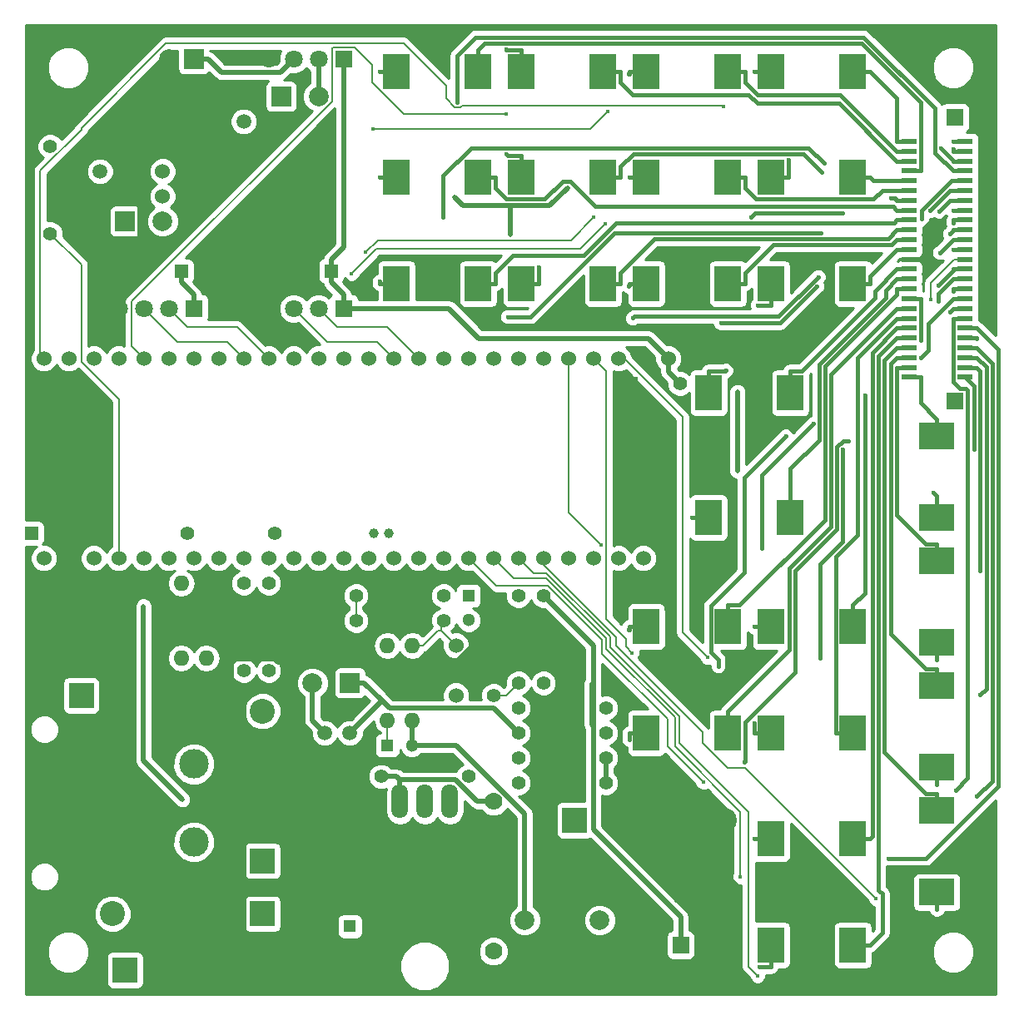
<source format=gbl>
G04 #@! TF.FileFunction,Copper,L2,Bot,Signal*
%FSLAX46Y46*%
G04 Gerber Fmt 4.6, Leading zero omitted, Abs format (unit mm)*
G04 Created by KiCad (PCBNEW 4.0.0-rc1-stable) date 2015/09/16 10:56:13*
%MOMM*%
G01*
G04 APERTURE LIST*
%ADD10C,0.100000*%
%ADD11R,1.524000X1.524000*%
%ADD12C,1.524000*%
%ADD13R,1.400000X1.400000*%
%ADD14C,1.400000*%
%ADD15R,1.300000X1.300000*%
%ADD16C,1.300000*%
%ADD17C,1.501140*%
%ADD18C,1.700000*%
%ADD19R,1.700000X1.700000*%
%ADD20C,3.000000*%
%ADD21C,2.540000*%
%ADD22R,2.540000X2.540000*%
%ADD23C,1.998980*%
%ADD24R,1.998980X1.998980*%
%ADD25R,3.600000X2.700000*%
%ADD26R,2.700000X3.600000*%
%ADD27R,1.800000X1.750000*%
%ADD28R,1.600000X0.600000*%
%ADD29O,1.699260X3.500120*%
%ADD30C,1.397000*%
%ADD31C,1.778000*%
%ADD32O,1.600000X1.600000*%
%ADD33C,1.000760*%
%ADD34C,2.000000*%
%ADD35R,2.000000X2.000000*%
%ADD36C,1.800000*%
%ADD37R,1.800000X1.800000*%
%ADD38C,0.500000*%
%ADD39C,0.400000*%
%ADD40C,0.500000*%
%ADD41C,3.000000*%
%ADD42C,0.200000*%
%ADD43C,0.400000*%
%ADD44C,0.254000*%
G04 APERTURE END LIST*
D10*
D11*
X66040000Y45085000D03*
D12*
X63500000Y45085000D03*
X60960000Y45085000D03*
X58420000Y45085000D03*
X55880000Y45085000D03*
X53340000Y45085000D03*
X50800000Y45085000D03*
X48260000Y45085000D03*
X45720000Y45085000D03*
X43180000Y45085000D03*
X40640000Y45085000D03*
X38100000Y45085000D03*
X35560000Y45085000D03*
X33020000Y45085000D03*
X30480000Y45085000D03*
X27940000Y45085000D03*
X25400000Y45085000D03*
X22860000Y45085000D03*
X20320000Y45085000D03*
X17780000Y45085000D03*
X15240000Y45085000D03*
X12700000Y45085000D03*
X10160000Y45085000D03*
X7620000Y45085000D03*
X5080000Y45085000D03*
X2540000Y45085000D03*
X5080000Y65405000D03*
X7620000Y65405000D03*
X10160000Y65405000D03*
X12700000Y65405000D03*
X15240000Y65405000D03*
X17780000Y65405000D03*
X20320000Y65405000D03*
X22860000Y65405000D03*
X25400000Y65405000D03*
X27940000Y65405000D03*
X30480000Y65405000D03*
X33020000Y65405000D03*
X35560000Y65405000D03*
X38100000Y65405000D03*
X40640000Y65405000D03*
X43180000Y65405000D03*
X45720000Y65405000D03*
X48260000Y65405000D03*
X50800000Y65405000D03*
X53340000Y65405000D03*
X55880000Y65405000D03*
X58420000Y65405000D03*
X60960000Y65405000D03*
X63500000Y65405000D03*
X66040000Y65405000D03*
X2540000Y65405000D03*
D13*
X1270000Y47625000D03*
D14*
X6270000Y47625000D03*
D13*
X16510000Y74295000D03*
D14*
X11510000Y74295000D03*
D13*
X31750000Y74295000D03*
D14*
X26750000Y74295000D03*
D13*
X62230000Y62865000D03*
D14*
X67230000Y62865000D03*
D15*
X45720000Y41275000D03*
D16*
X45720000Y38775000D03*
D15*
X37465000Y26035000D03*
D16*
X39965000Y26035000D03*
D15*
X33655000Y7620000D03*
D16*
X33655000Y15120000D03*
D17*
X20320000Y89535000D03*
X22860000Y89535000D03*
D18*
X67310000Y10715000D03*
D19*
X67310000Y5715000D03*
D17*
X31115000Y27305000D03*
X33655000Y27305000D03*
X8255000Y86995000D03*
X8255000Y84455000D03*
D20*
X17780000Y24130000D03*
X17780000Y16210000D03*
D21*
X9523780Y8892960D03*
D22*
X24763780Y8892960D03*
D21*
X26036220Y3172040D03*
D22*
X10796220Y3172040D03*
D21*
X24767960Y29529220D03*
D22*
X24767960Y14289220D03*
D21*
X21591220Y31112040D03*
D22*
X6351220Y31112040D03*
D23*
X29845000Y32385000D03*
D24*
X33655000Y32385000D03*
D23*
X14605000Y79375000D03*
D24*
X10795000Y79375000D03*
D21*
X71756220Y18412040D03*
D22*
X56516220Y18412040D03*
D23*
X30480000Y92075000D03*
D24*
X26670000Y92075000D03*
D23*
X51435000Y8255000D03*
X59055000Y8255000D03*
D25*
X93345000Y49190000D03*
X93345000Y57490000D03*
X93345000Y36490000D03*
X93345000Y44790000D03*
X93345000Y23790000D03*
X93345000Y32090000D03*
X93345000Y11090000D03*
X93345000Y19390000D03*
D26*
X76495000Y5715000D03*
X84795000Y5715000D03*
X76495000Y16510000D03*
X84795000Y16510000D03*
X76495000Y27305000D03*
X84795000Y27305000D03*
X63795000Y27305000D03*
X72095000Y27305000D03*
X76495000Y38100000D03*
X84795000Y38100000D03*
X63795000Y38100000D03*
X72095000Y38100000D03*
X70145000Y49212000D03*
X78445000Y49212000D03*
X70145000Y61912000D03*
X78445000Y61912000D03*
X76495000Y73025000D03*
X84795000Y73025000D03*
X63795000Y73025000D03*
X72095000Y73025000D03*
X51095000Y73025000D03*
X59395000Y73025000D03*
X38395000Y73025000D03*
X46695000Y73025000D03*
X38395000Y83820000D03*
X46695000Y83820000D03*
X51095000Y83820000D03*
X59395000Y83820000D03*
X63795000Y83820000D03*
X72095000Y83820000D03*
X76495000Y83820000D03*
X84795000Y83820000D03*
X38395000Y94615000D03*
X46695000Y94615000D03*
X51095000Y94615000D03*
X59395000Y94615000D03*
X63795000Y94615000D03*
X72095000Y94615000D03*
X76495000Y94615000D03*
X84795000Y94615000D03*
D27*
X95200000Y61075000D03*
D28*
X90500000Y63500000D03*
X96200000Y63500000D03*
X90500000Y64500000D03*
X96200000Y64500000D03*
X90500000Y65500000D03*
X96200000Y65500000D03*
X90500000Y66500000D03*
X96200000Y66500000D03*
X90500000Y67500000D03*
X96200000Y67500000D03*
X90500000Y68500000D03*
X96200000Y68500000D03*
X90500000Y69500000D03*
X96200000Y69500000D03*
X90500000Y70500000D03*
X96200000Y70500000D03*
X90500000Y71500000D03*
X96200000Y71500000D03*
X90500000Y72500000D03*
X96200000Y72500000D03*
X90500000Y73500000D03*
X96200000Y73500000D03*
X90500000Y74500000D03*
X96200000Y74500000D03*
X90500000Y75500000D03*
X96200000Y75500000D03*
X90500000Y76500000D03*
X96200000Y76500000D03*
X90500000Y77500000D03*
X96200000Y77500000D03*
X90500000Y78500000D03*
X96200000Y78500000D03*
X90500000Y79500000D03*
X96200000Y79500000D03*
X90500000Y80500000D03*
X96200000Y80500000D03*
X90500000Y81500000D03*
X96200000Y81500000D03*
X90500000Y82500000D03*
X96200000Y82500000D03*
X90500000Y83500000D03*
X96200000Y83500000D03*
X90500000Y84500000D03*
X96200000Y84500000D03*
X90500000Y85500000D03*
X96200000Y85500000D03*
X90500000Y86500000D03*
X96200000Y86500000D03*
X90500000Y87500000D03*
X96200000Y87500000D03*
D27*
X95200000Y89925000D03*
D29*
X41275000Y20320000D03*
X43815000Y20320000D03*
X38735000Y20320000D03*
D30*
X34290000Y41275000D03*
X43180000Y41275000D03*
X17145000Y47625000D03*
X26035000Y47625000D03*
X34290000Y38735000D03*
X43180000Y38735000D03*
X50800000Y32385000D03*
X50800000Y41275000D03*
X3175000Y78105000D03*
X3175000Y86995000D03*
X48260000Y31115000D03*
X48260000Y40005000D03*
X22860000Y33655000D03*
X22860000Y42545000D03*
X53340000Y41275000D03*
X53340000Y32385000D03*
X25400000Y42545000D03*
X25400000Y33655000D03*
X59690000Y29845000D03*
X50800000Y29845000D03*
X59690000Y27305000D03*
X50800000Y27305000D03*
X50800000Y24765000D03*
X59690000Y24765000D03*
X50800000Y22225000D03*
X59690000Y22225000D03*
X45720000Y22860000D03*
X36830000Y22860000D03*
D31*
X48260000Y20320000D03*
X48260000Y5080000D03*
D12*
X44450000Y33655000D03*
X44450000Y36195000D03*
X44450000Y31115000D03*
D32*
X16510000Y42545000D03*
X19050000Y42545000D03*
X19050000Y34925000D03*
X16510000Y34925000D03*
X37465000Y36195000D03*
X40005000Y36195000D03*
X40005000Y28575000D03*
X37465000Y28575000D03*
D12*
X14605000Y84455000D03*
X14605000Y81915000D03*
X14605000Y86995000D03*
D33*
X37579300Y47625000D03*
X36080700Y47625000D03*
D34*
X15240000Y95885000D03*
D35*
X17780000Y95885000D03*
D36*
X15240000Y70485000D03*
D37*
X17780000Y70485000D03*
D36*
X12700000Y70485000D03*
X10160000Y70485000D03*
X30480000Y70485000D03*
D37*
X33020000Y70485000D03*
D36*
X27940000Y70485000D03*
X25400000Y70485000D03*
X30480000Y95885000D03*
D37*
X33020000Y95885000D03*
D36*
X27940000Y95885000D03*
X25400000Y95885000D03*
D38*
X91750300Y75500000D03*
X65924100Y39810300D03*
X16600800Y20530400D03*
X12671200Y40178400D03*
X55784100Y82781100D03*
X58254800Y32319200D03*
X50002400Y78005200D03*
X73061300Y53988900D03*
X73061300Y61998600D03*
X44275200Y81828900D03*
D39*
X92981000Y51752000D03*
X93345000Y34739700D03*
X93345000Y22039700D03*
X93345000Y9339700D03*
X75292400Y3514700D03*
X74744700Y16510000D03*
X74744700Y28318300D03*
X62044700Y26626400D03*
X74744700Y38100000D03*
X62038200Y37816400D03*
X68394700Y49212000D03*
X71896600Y64190200D03*
X75102400Y70824700D03*
X62007000Y72768400D03*
X52845300Y74685400D03*
X36644700Y73235200D03*
X36644700Y83820000D03*
X49530600Y86219600D03*
X62044700Y83820000D03*
X78245300Y85612200D03*
X36644700Y94615000D03*
X49531200Y96865700D03*
X62005000Y94344400D03*
X74744700Y94615000D03*
X91700300Y67295200D03*
X86046000Y61640900D03*
X88640500Y81708800D03*
X81648300Y84368900D03*
X97138000Y56178300D03*
X97766300Y43795300D03*
X97746000Y31157700D03*
X97420200Y20830400D03*
X97400300Y67451600D03*
X88449800Y14550000D03*
X95234700Y21427700D03*
X73749100Y24324100D03*
X84371300Y57039600D03*
X94666800Y70146000D03*
X81503700Y34940000D03*
X83771000Y56131700D03*
X91725800Y65516200D03*
X71108900Y34110000D03*
X77986300Y57511800D03*
X94999700Y72235900D03*
X75544800Y46092700D03*
X80781300Y58752900D03*
X93476300Y71206900D03*
X93473800Y72845000D03*
X92741900Y71380400D03*
X94999700Y76500000D03*
X71379400Y69035000D03*
X81166100Y72754300D03*
X93623800Y76183400D03*
X62396600Y69503500D03*
X81275300Y73723500D03*
X94654500Y78088000D03*
X49702400Y69659500D03*
X81539100Y78182800D03*
X94999700Y79224300D03*
X43148600Y79778900D03*
X81915000Y85250200D03*
X94999700Y80500000D03*
X93564300Y80404100D03*
X74445100Y79830000D03*
X83800300Y80243400D03*
X92612700Y80434100D03*
X91772800Y79643100D03*
X44568200Y91475300D03*
X93760800Y86825300D03*
X94999700Y86733300D03*
X94999700Y87500000D03*
X58486200Y79778900D03*
X35243600Y76209500D03*
X59654600Y79140800D03*
X33820000Y74044000D03*
X49561400Y90252100D03*
X59911700Y90573900D03*
X36045900Y88750800D03*
X71648800Y91052900D03*
X59217000Y46397000D03*
X62335200Y35462400D03*
X70038700Y34970400D03*
X69601600Y22298600D03*
X75127600Y2589800D03*
X87169600Y10418500D03*
X73360200Y12671200D03*
D40*
X20596600Y94518700D02*
X19230300Y95885000D01*
X26573700Y94518700D02*
X20596600Y94518700D01*
X27940000Y95885000D02*
X26573700Y94518700D01*
X17780000Y95885000D02*
X19230300Y95885000D01*
D41*
X30995000Y17780000D02*
X21591200Y17780000D01*
X33655000Y15120000D02*
X30995000Y17780000D01*
X23815500Y3172000D02*
X26036200Y3172000D01*
X21591200Y5396000D02*
X23815500Y3172000D01*
X21591200Y17780000D02*
X21591200Y5396000D01*
X21591200Y31112000D02*
X21591200Y17780000D01*
D40*
X5080000Y46435000D02*
X5080000Y45085000D01*
X6270000Y47625000D02*
X5080000Y46435000D01*
X26750000Y71835000D02*
X25400000Y70485000D01*
X26750000Y74295000D02*
X26750000Y71835000D01*
X90500000Y75500000D02*
X91750300Y75500000D01*
X10160000Y72945000D02*
X11510000Y74295000D01*
X10160000Y70485000D02*
X10160000Y72945000D01*
X12296600Y75081600D02*
X12296600Y86150400D01*
X11510000Y74295000D02*
X12296600Y75081600D01*
X13760400Y86150400D02*
X12296600Y86150400D01*
X14605000Y86995000D02*
X13760400Y86150400D01*
X9099600Y86150400D02*
X8255000Y86995000D01*
X12296600Y86150400D02*
X9099600Y86150400D01*
X66040000Y45085000D02*
X66040000Y43872700D01*
X66040000Y45085000D02*
X66040000Y46297300D01*
X65924100Y43756800D02*
X65924100Y39810300D01*
X66040000Y43872700D02*
X65924100Y43756800D01*
X15240000Y92756400D02*
X17803200Y90193200D01*
X15240000Y95885000D02*
X15240000Y92756400D01*
X17803200Y90193200D02*
X14605000Y86995000D01*
X19661800Y90193200D02*
X20320000Y89535000D01*
X17803200Y90193200D02*
X19661800Y90193200D01*
X66040000Y57904700D02*
X62230000Y61714700D01*
X66040000Y46297300D02*
X66040000Y57904700D01*
X62230000Y62865000D02*
X62230000Y61714700D01*
X19050000Y42545000D02*
X19050000Y41294700D01*
X48260000Y38263600D02*
X44450000Y34453600D01*
X48260000Y40005000D02*
X48260000Y38263600D01*
X44450000Y34453600D02*
X44450000Y33655000D01*
X26040900Y34806300D02*
X21591200Y34806300D01*
X26393600Y34453600D02*
X26040900Y34806300D01*
X44450000Y34453600D02*
X26393600Y34453600D01*
X21591200Y38753500D02*
X21591200Y34806300D01*
X19050000Y41294700D02*
X21591200Y38753500D01*
X21591200Y34806300D02*
X21591200Y31112000D01*
X31750000Y74295000D02*
X31750000Y75445300D01*
X31750000Y74295000D02*
X31750000Y73144700D01*
X66040000Y64055000D02*
X66040000Y65405000D01*
X67230000Y62865000D02*
X66040000Y64055000D01*
X33020000Y76715300D02*
X31750000Y75445300D01*
X33020000Y94534700D02*
X33020000Y76715300D01*
X33020000Y95885000D02*
X33020000Y94534700D01*
X17780000Y71874700D02*
X16510000Y73144700D01*
X17780000Y70485000D02*
X17780000Y71874700D01*
X16510000Y74295000D02*
X16510000Y73144700D01*
X33020000Y71874700D02*
X31750000Y73144700D01*
X33020000Y70485000D02*
X33020000Y71874700D01*
X63998000Y67447000D02*
X66040000Y65405000D01*
X46767200Y67447000D02*
X63998000Y67447000D01*
X43729200Y70485000D02*
X46767200Y67447000D01*
X33020000Y70485000D02*
X43729200Y70485000D01*
D42*
X40005000Y36195000D02*
X41105300Y36195000D01*
X42947300Y38502300D02*
X43180000Y38735000D01*
X42947300Y37697700D02*
X42947300Y38502300D01*
X42608000Y37697700D02*
X42947300Y37697700D01*
X41105300Y36195000D02*
X42608000Y37697700D01*
X42947300Y37697700D02*
X44450000Y36195000D01*
X37465000Y28575000D02*
X37465000Y26035000D01*
D40*
X29845000Y28575000D02*
X31115000Y27305000D01*
X29845000Y32385000D02*
X29845000Y28575000D01*
X40005000Y28575000D02*
X40005000Y27324700D01*
X40005000Y26035000D02*
X40005000Y27324700D01*
X44459100Y26035000D02*
X40005000Y26035000D01*
X51435000Y19059100D02*
X44459100Y26035000D01*
X51435000Y8255000D02*
X51435000Y19059100D01*
X40005000Y26035000D02*
X39965000Y26035000D01*
X12671200Y24460000D02*
X12671200Y40178400D01*
X16600800Y20530400D02*
X12671200Y24460000D01*
X58420000Y17462000D02*
X58420000Y27988600D01*
X67310000Y8572000D02*
X58420000Y17462000D01*
X67310000Y5715000D02*
X67310000Y8572000D01*
X58420000Y36195000D02*
X53340000Y41275000D01*
X58420000Y27988600D02*
X58420000Y36195000D01*
X58254800Y28153800D02*
X58254800Y32319200D01*
X58420000Y27988600D02*
X58254800Y28153800D01*
X73061300Y61998600D02*
X73061300Y53988900D01*
X45136700Y80967400D02*
X44275200Y81828900D01*
X50002400Y80967400D02*
X45136700Y80967400D01*
X53970400Y80967400D02*
X50002400Y80967400D01*
X55784100Y82781100D02*
X53970400Y80967400D01*
X50002400Y80967400D02*
X50002400Y78005200D01*
X33655000Y32385000D02*
X35104800Y32385000D01*
X36919900Y30569900D02*
X33655000Y27305000D01*
X37664400Y29825400D02*
X36919900Y30569900D01*
X48279600Y29825400D02*
X37664400Y29825400D01*
X50800000Y27305000D02*
X48279600Y29825400D01*
X36919900Y30569900D02*
X35104800Y32385000D01*
X59690000Y22225000D02*
X59690000Y24765000D01*
X44394400Y22520400D02*
X38735000Y22520400D01*
X46594800Y20320000D02*
X44394400Y22520400D01*
X48260000Y20320000D02*
X46594800Y20320000D01*
X38735000Y20320000D02*
X38735000Y22520400D01*
X38395400Y22860000D02*
X38735000Y22520400D01*
X36830000Y22860000D02*
X38395400Y22860000D01*
D43*
X93345000Y51388000D02*
X93345000Y49190000D01*
X92981000Y51752000D02*
X93345000Y51388000D01*
X93345000Y36490000D02*
X93345000Y34739700D01*
X93345000Y23790000D02*
X93345000Y22039700D01*
X93345000Y11090000D02*
X93345000Y9339700D01*
X76495000Y5715000D02*
X76495000Y3514700D01*
X76495000Y3514700D02*
X75292400Y3514700D01*
X76495000Y16510000D02*
X74744700Y16510000D01*
X76495000Y27305000D02*
X74744700Y27305000D01*
X74744700Y27305000D02*
X74744700Y28318300D01*
X63795000Y27305000D02*
X62044700Y27305000D01*
X62044700Y27305000D02*
X62044700Y26626400D01*
X76495000Y38100000D02*
X74744700Y38100000D01*
X62044700Y37822900D02*
X62044700Y38100000D01*
X62038200Y37816400D02*
X62044700Y37822900D01*
X63795000Y38100000D02*
X62044700Y38100000D01*
X70145000Y49212000D02*
X68394700Y49212000D01*
X71818700Y64112300D02*
X70145000Y64112300D01*
X71896600Y64190200D02*
X71818700Y64112300D01*
X70145000Y61912000D02*
X70145000Y64112300D01*
X76495000Y73025000D02*
X76495000Y70824700D01*
X75102400Y70824700D02*
X76495000Y70824700D01*
X62044700Y72806100D02*
X62007000Y72768400D01*
X62044700Y73025000D02*
X62044700Y72806100D01*
X63795000Y73025000D02*
X62044700Y73025000D01*
X51095000Y73025000D02*
X52845300Y73025000D01*
X52845300Y73025000D02*
X52845300Y74685400D01*
X36644700Y73025000D02*
X36644700Y73235200D01*
X38395000Y73025000D02*
X36644700Y73025000D01*
X38395000Y83820000D02*
X36644700Y83820000D01*
X51095000Y83820000D02*
X51095000Y86020300D01*
X49729900Y86020300D02*
X49530600Y86219600D01*
X51095000Y86020300D02*
X49729900Y86020300D01*
X63795000Y83820000D02*
X62044700Y83820000D01*
X76495000Y83820000D02*
X78245300Y83820000D01*
X78245300Y83820000D02*
X78245300Y85612200D01*
X38395000Y94615000D02*
X36644700Y94615000D01*
X51095000Y94615000D02*
X51095000Y96815300D01*
X49581600Y96815300D02*
X49531200Y96865700D01*
X51095000Y96815300D02*
X49581600Y96815300D01*
X62044700Y94384100D02*
X62005000Y94344400D01*
X62044700Y94615000D02*
X62044700Y94384100D01*
X63795000Y94615000D02*
X62044700Y94615000D01*
X76495000Y94615000D02*
X74744700Y94615000D01*
D40*
X30480000Y95885000D02*
X30480000Y92075000D01*
D43*
X91700300Y60885000D02*
X93345000Y59240300D01*
X91700300Y63500000D02*
X91700300Y60885000D01*
X90500000Y63500000D02*
X91700300Y63500000D01*
X93345000Y57490000D02*
X93345000Y59240300D01*
X92251100Y46540300D02*
X93345000Y46540300D01*
X89299700Y49491700D02*
X92251100Y46540300D01*
X89299700Y64500000D02*
X89299700Y49491700D01*
X90500000Y64500000D02*
X89299700Y64500000D01*
X93345000Y44790000D02*
X93345000Y46540300D01*
X92251100Y33840300D02*
X93345000Y33840300D01*
X88697200Y37394200D02*
X92251100Y33840300D01*
X88697200Y64897500D02*
X88697200Y37394200D01*
X89299700Y65500000D02*
X88697200Y64897500D01*
X90500000Y65500000D02*
X89299700Y65500000D01*
X93345000Y32090000D02*
X93345000Y33840300D01*
X92251100Y21140300D02*
X93345000Y21140300D01*
X88027100Y25364300D02*
X92251100Y21140300D01*
X88027100Y65227400D02*
X88027100Y25364300D01*
X89299700Y66500000D02*
X88027100Y65227400D01*
X90500000Y66500000D02*
X89299700Y66500000D01*
X93345000Y19390000D02*
X93345000Y21140300D01*
X87794600Y6964300D02*
X86545300Y5715000D01*
X87794600Y10921600D02*
X87794600Y6964300D01*
X87426700Y11289500D02*
X87794600Y10921600D01*
X87426700Y65627000D02*
X87426700Y11289500D01*
X89299700Y67500000D02*
X87426700Y65627000D01*
X90500000Y67500000D02*
X89299700Y67500000D01*
X84795000Y5715000D02*
X86545300Y5715000D01*
X90500000Y68500000D02*
X89299700Y68500000D01*
X84795000Y16510000D02*
X86545300Y16510000D01*
X86826000Y66026300D02*
X89299700Y68500000D01*
X86826000Y16790700D02*
X86826000Y66026300D01*
X86545300Y16510000D02*
X86826000Y16790700D01*
X85280300Y65480600D02*
X89299700Y69500000D01*
X85280300Y47452300D02*
X85280300Y65480600D01*
X83044700Y45216700D02*
X85280300Y47452300D01*
X83044700Y27305000D02*
X83044700Y45216700D01*
X84795000Y27305000D02*
X83044700Y27305000D01*
X90500000Y69500000D02*
X89299700Y69500000D01*
X90500000Y70500000D02*
X89299700Y70500000D01*
X72095000Y27305000D02*
X72095000Y29505300D01*
X78357600Y35767900D02*
X72095000Y29505300D01*
X78357600Y44049300D02*
X78357600Y35767900D01*
X82570400Y48262100D02*
X78357600Y44049300D01*
X82570400Y56628900D02*
X82570400Y48262100D01*
X82615100Y56673600D02*
X82570400Y56628900D01*
X82615100Y63815400D02*
X82615100Y56673600D01*
X89299700Y70500000D02*
X82615100Y63815400D01*
X90500000Y71500000D02*
X91700300Y71500000D01*
X84795000Y38100000D02*
X84795000Y40300300D01*
X86046000Y41551300D02*
X86046000Y61640900D01*
X84795000Y40300300D02*
X86046000Y41551300D01*
X91700300Y71500000D02*
X91700300Y67295200D01*
X90500000Y72500000D02*
X89299700Y72500000D01*
X72095000Y38100000D02*
X72095000Y40300300D01*
X73283900Y40300300D02*
X72095000Y40300300D01*
X81970100Y48986500D02*
X73283900Y40300300D01*
X81970100Y56877500D02*
X81970100Y48986500D01*
X82014800Y56922200D02*
X81970100Y56877500D01*
X82014800Y64610600D02*
X82014800Y56922200D01*
X89299700Y71895500D02*
X82014800Y64610600D01*
X89299700Y72500000D02*
X89299700Y71895500D01*
X90500000Y73500000D02*
X89299700Y73500000D01*
X78445000Y49212000D02*
X78445000Y51412300D01*
X78445000Y54201300D02*
X78445000Y51412300D01*
X81381600Y57137900D02*
X78445000Y54201300D01*
X81381600Y64826500D02*
X81381600Y57137900D01*
X88125500Y71570400D02*
X81381600Y64826500D01*
X88125500Y72325800D02*
X88125500Y71570400D01*
X89299700Y73500000D02*
X88125500Y72325800D01*
X90500000Y74500000D02*
X89299700Y74500000D01*
X78445000Y61912000D02*
X78445000Y64112300D01*
X79612300Y64112300D02*
X78445000Y64112300D01*
X87088600Y71588600D02*
X79612300Y64112300D01*
X87088600Y72288900D02*
X87088600Y71588600D01*
X89299700Y74500000D02*
X87088600Y72288900D01*
X86545300Y73745600D02*
X86545300Y73025000D01*
X89299700Y76500000D02*
X86545300Y73745600D01*
X90500000Y76500000D02*
X89299700Y76500000D01*
X84795000Y73025000D02*
X86545300Y73025000D01*
X72095000Y73025000D02*
X73845300Y73025000D01*
X90500000Y77500000D02*
X89299700Y77500000D01*
X88781900Y76982200D02*
X89299700Y77500000D01*
X76708600Y76982200D02*
X88781900Y76982200D01*
X73845300Y74118900D02*
X76708600Y76982200D01*
X73845300Y73025000D02*
X73845300Y74118900D01*
X59395000Y73025000D02*
X61145300Y73025000D01*
X90500000Y78500000D02*
X89299700Y78500000D01*
X88382200Y77582500D02*
X89299700Y78500000D01*
X64608900Y77582500D02*
X88382200Y77582500D01*
X61145300Y74118900D02*
X64608900Y77582500D01*
X61145300Y73025000D02*
X61145300Y74118900D01*
X48445300Y74118900D02*
X48445300Y73025000D01*
X50237500Y75911100D02*
X48445300Y74118900D01*
X57432200Y75911100D02*
X50237500Y75911100D01*
X60750700Y79229600D02*
X57432200Y75911100D01*
X89029300Y79229600D02*
X60750700Y79229600D01*
X89299700Y79500000D02*
X89029300Y79229600D01*
X90500000Y79500000D02*
X89299700Y79500000D01*
X46695000Y73025000D02*
X48445300Y73025000D01*
X48445300Y82726100D02*
X48445300Y83820000D01*
X49551800Y81619600D02*
X48445300Y82726100D01*
X53486500Y81619600D02*
X49551800Y81619600D01*
X55300100Y83433200D02*
X53486500Y81619600D01*
X56063100Y83433200D02*
X55300100Y83433200D01*
X58578700Y80917600D02*
X56063100Y83433200D01*
X88882100Y80917600D02*
X58578700Y80917600D01*
X89299700Y80500000D02*
X88882100Y80917600D01*
X90500000Y80500000D02*
X89299700Y80500000D01*
X46695000Y83820000D02*
X48445300Y83820000D01*
X89090900Y81708800D02*
X88640500Y81708800D01*
X89299700Y81500000D02*
X89090900Y81708800D01*
X61145300Y84913900D02*
X61145300Y83820000D01*
X62472800Y86241400D02*
X61145300Y84913900D01*
X79775800Y86241400D02*
X62472800Y86241400D01*
X81648300Y84368900D02*
X79775800Y86241400D01*
X59395000Y83820000D02*
X61145300Y83820000D01*
X90500000Y81500000D02*
X89299700Y81500000D01*
X72095000Y83820000D02*
X73845300Y83820000D01*
X73845300Y82726100D02*
X73845300Y83820000D01*
X74951800Y81619600D02*
X73845300Y82726100D01*
X86921400Y81619600D02*
X74951800Y81619600D01*
X87801800Y82500000D02*
X86921400Y81619600D01*
X90500000Y82500000D02*
X87801800Y82500000D01*
X90500000Y83500000D02*
X89299700Y83500000D01*
X84795000Y83820000D02*
X86545300Y83820000D01*
X86865300Y83500000D02*
X89299700Y83500000D01*
X86545300Y83820000D02*
X86865300Y83500000D01*
X47351700Y97472000D02*
X46695000Y96815300D01*
X85686400Y97472000D02*
X47351700Y97472000D01*
X91700300Y91458100D02*
X85686400Y97472000D01*
X91700300Y84500000D02*
X91700300Y91458100D01*
X90500000Y84500000D02*
X91700300Y84500000D01*
X46695000Y94615000D02*
X46695000Y96815300D01*
X90500000Y85500000D02*
X89299700Y85500000D01*
X59395000Y94615000D02*
X61145300Y94615000D01*
X83453600Y91346100D02*
X89299700Y85500000D01*
X75108000Y91346100D02*
X83453600Y91346100D01*
X74207700Y92246400D02*
X75108000Y91346100D01*
X62418000Y92246400D02*
X74207700Y92246400D01*
X61145300Y93519100D02*
X62418000Y92246400D01*
X61145300Y94615000D02*
X61145300Y93519100D01*
X73845300Y93533500D02*
X73845300Y94615000D01*
X75104500Y92274300D02*
X73845300Y93533500D01*
X83525400Y92274300D02*
X75104500Y92274300D01*
X89299700Y86500000D02*
X83525400Y92274300D01*
X90500000Y86500000D02*
X89299700Y86500000D01*
X72095000Y94615000D02*
X73845300Y94615000D01*
X89299700Y91860600D02*
X86545300Y94615000D01*
X89299700Y87500000D02*
X89299700Y91860600D01*
X90500000Y87500000D02*
X89299700Y87500000D01*
X84795000Y94615000D02*
X86545300Y94615000D01*
X97138000Y62562000D02*
X97138000Y56178300D01*
X96200000Y63500000D02*
X97138000Y62562000D01*
X96200000Y64500000D02*
X97400300Y64500000D01*
X97766300Y64134000D02*
X97766300Y43795300D01*
X97400300Y64500000D02*
X97766300Y64134000D01*
X96200000Y65500000D02*
X97400300Y65500000D01*
X98370100Y31781800D02*
X97746000Y31157700D01*
X98370100Y64530200D02*
X98370100Y31781800D01*
X97400300Y65500000D02*
X98370100Y64530200D01*
X96200000Y66500000D02*
X97400300Y66500000D01*
X98977800Y22388000D02*
X97420200Y20830400D01*
X98977800Y64922500D02*
X98977800Y22388000D01*
X97400300Y66500000D02*
X98977800Y64922500D01*
X96200000Y67500000D02*
X97400300Y67500000D01*
X97400300Y67500000D02*
X97400300Y67451600D01*
X99589600Y66310700D02*
X97400300Y68500000D01*
X99589600Y21916500D02*
X99589600Y66310700D01*
X92223100Y14550000D02*
X99589600Y21916500D01*
X88449800Y14550000D02*
X92223100Y14550000D01*
X96200000Y68500000D02*
X97400300Y68500000D01*
X96200000Y69500000D02*
X94999700Y69500000D01*
X96500300Y22693300D02*
X95234700Y21427700D01*
X96500300Y62144200D02*
X96500300Y22693300D01*
X96294000Y62350500D02*
X96500300Y62144200D01*
X95674600Y62350500D02*
X96294000Y62350500D01*
X94999700Y63025400D02*
X95674600Y62350500D01*
X94999700Y69500000D02*
X94999700Y63025400D01*
X94999700Y70478900D02*
X94999700Y70500000D01*
X94666800Y70146000D02*
X94999700Y70478900D01*
X96200000Y70500000D02*
X94999700Y70500000D01*
X73845400Y24420400D02*
X73749100Y24324100D01*
X73845400Y28381600D02*
X73845400Y24420400D01*
X78958000Y33494200D02*
X73845400Y28381600D01*
X78958000Y43800800D02*
X78958000Y33494200D01*
X83170700Y48013500D02*
X78958000Y43800800D01*
X83170700Y56380300D02*
X83170700Y48013500D01*
X83830000Y57039600D02*
X83170700Y56380300D01*
X84371300Y57039600D02*
X83830000Y57039600D01*
X92475200Y68975500D02*
X94999700Y71500000D01*
X92475200Y66265600D02*
X92475200Y68975500D01*
X91725800Y65516200D02*
X92475200Y66265600D01*
X96200000Y71500000D02*
X94999700Y71500000D01*
X81503700Y44524800D02*
X81503700Y34940000D01*
X83771000Y46792100D02*
X81503700Y44524800D01*
X83771000Y56131700D02*
X83771000Y46792100D01*
X96200000Y72500000D02*
X94999700Y72500000D01*
X94999700Y72500000D02*
X94999700Y72235900D01*
X73797600Y53323100D02*
X77986300Y57511800D01*
X73797600Y43667700D02*
X73797600Y53323100D01*
X70344600Y40214700D02*
X73797600Y43667700D01*
X70344600Y35513500D02*
X70344600Y40214700D01*
X71108900Y34749200D02*
X70344600Y35513500D01*
X71108900Y34110000D02*
X71108900Y34749200D01*
X96200000Y73500000D02*
X94999700Y73500000D01*
X75544800Y53516400D02*
X80781300Y58752900D01*
X75544800Y46092700D02*
X75544800Y53516400D01*
X93476300Y71976600D02*
X93476300Y71206900D01*
X94999700Y73500000D02*
X93476300Y71976600D01*
X94999700Y74370900D02*
X94999700Y74500000D01*
X93473800Y72845000D02*
X94999700Y74370900D01*
X96200000Y74500000D02*
X94999700Y74500000D01*
D42*
X92741900Y73142200D02*
X92741900Y71380400D01*
X95099700Y75500000D02*
X92741900Y73142200D01*
X96200000Y75500000D02*
X95099700Y75500000D01*
D43*
X96200000Y76500000D02*
X94999700Y76500000D01*
X96200000Y77500000D02*
X94999700Y77500000D01*
X93683200Y76183500D02*
X94999700Y77500000D01*
X93623800Y76183500D02*
X93683200Y76183500D01*
X93623800Y76183400D02*
X93623800Y76183500D01*
X77446800Y69035000D02*
X81166100Y72754300D01*
X71379400Y69035000D02*
X77446800Y69035000D01*
X94999700Y78433200D02*
X94999700Y78500000D01*
X94654500Y78088000D02*
X94999700Y78433200D01*
X96200000Y78500000D02*
X94999700Y78500000D01*
X62568000Y69674900D02*
X62396600Y69503500D01*
X77226700Y69674900D02*
X62568000Y69674900D01*
X81275300Y73723500D02*
X77226700Y69674900D01*
X96200000Y79500000D02*
X94999700Y79500000D01*
X94999700Y79500000D02*
X94999700Y79224300D01*
X60553000Y78182800D02*
X81539100Y78182800D01*
X52029700Y69659500D02*
X60553000Y78182800D01*
X49702400Y69659500D02*
X52029700Y69659500D01*
X96200000Y80500000D02*
X94999700Y80500000D01*
X43148700Y79778900D02*
X43148600Y79778900D01*
X43148700Y84003400D02*
X43148700Y79778900D01*
X45988000Y86842700D02*
X43148700Y84003400D01*
X80322500Y86842700D02*
X45988000Y86842700D01*
X81915000Y85250200D02*
X80322500Y86842700D01*
X94660200Y81500000D02*
X96200000Y81500000D01*
X93564300Y80404100D02*
X94660200Y81500000D01*
X74858500Y80243400D02*
X74445100Y79830000D01*
X83800300Y80243400D02*
X74858500Y80243400D01*
X94678600Y82500000D02*
X92612700Y80434100D01*
X96200000Y82500000D02*
X94678600Y82500000D01*
X96200000Y83500000D02*
X94999700Y83500000D01*
X91772800Y80443200D02*
X91772800Y79643100D01*
X94829600Y83500000D02*
X91772800Y80443200D01*
X94999700Y83500000D02*
X94829600Y83500000D01*
X96200000Y84500000D02*
X94999700Y84500000D01*
X44568200Y96222100D02*
X44568200Y91475300D01*
X46458600Y98112500D02*
X44568200Y96222100D01*
X85906900Y98112500D02*
X46458600Y98112500D01*
X93160500Y90858900D02*
X85906900Y98112500D01*
X93160500Y86339200D02*
X93160500Y90858900D01*
X94999700Y84500000D02*
X93160500Y86339200D01*
X94999700Y85586400D02*
X94999700Y85500000D01*
X93760800Y86825300D02*
X94999700Y85586400D01*
X96200000Y85500000D02*
X94999700Y85500000D01*
X96200000Y86500000D02*
X94999700Y86500000D01*
X94999700Y86500000D02*
X94999700Y86733300D01*
X96200000Y87500000D02*
X94999700Y87500000D01*
D42*
X21170300Y67094700D02*
X22860000Y65405000D01*
X16090300Y67094700D02*
X21170300Y67094700D01*
X12700000Y70485000D02*
X16090300Y67094700D01*
X22177700Y68627300D02*
X25400000Y65405000D01*
X17097700Y68627300D02*
X22177700Y68627300D01*
X15240000Y70485000D02*
X17097700Y68627300D01*
X37417700Y68627300D02*
X40640000Y65405000D01*
X32337700Y68627300D02*
X37417700Y68627300D01*
X30480000Y70485000D02*
X32337700Y68627300D01*
X36410300Y67094700D02*
X38100000Y65405000D01*
X31330300Y67094700D02*
X36410300Y67094700D01*
X27940000Y70485000D02*
X31330300Y67094700D01*
X34290000Y38735000D02*
X34290000Y41275000D01*
X49530000Y31115000D02*
X50800000Y32385000D01*
X48260000Y31115000D02*
X49530000Y31115000D01*
X10160000Y61281000D02*
X10160000Y45085000D01*
X6350000Y65091000D02*
X10160000Y61281000D01*
X6350000Y74930000D02*
X6350000Y65091000D01*
X3175000Y78105000D02*
X6350000Y74930000D01*
X56162200Y77454900D02*
X58486200Y79778900D01*
X36489000Y77454900D02*
X56162200Y77454900D01*
X35243600Y76209500D02*
X36489000Y77454900D01*
X36387900Y76611900D02*
X33820000Y74044000D01*
X57125700Y76611900D02*
X36387900Y76611900D01*
X59654600Y79140800D02*
X57125700Y76611900D01*
X11444100Y66660900D02*
X12700000Y65405000D01*
X11444100Y71196200D02*
X11444100Y66660900D01*
X31819600Y91571700D02*
X11444100Y71196200D01*
X31819600Y96942000D02*
X31819600Y91571700D01*
X31963000Y97085400D02*
X31819600Y96942000D01*
X34113700Y97085400D02*
X31963000Y97085400D01*
X35896800Y95302300D02*
X34113700Y97085400D01*
X35896800Y93519100D02*
X35896800Y95302300D01*
X39163800Y90252100D02*
X35896800Y93519100D01*
X49561400Y90252100D02*
X39163800Y90252100D01*
X58088600Y88750800D02*
X59911700Y90573900D01*
X36045900Y88750800D02*
X58088600Y88750800D01*
X2176100Y65768900D02*
X2540000Y65405000D01*
X2176100Y84521200D02*
X2176100Y65768900D01*
X6349800Y88694900D02*
X2176100Y84521200D01*
X6349800Y88874900D02*
X6349800Y88694900D01*
X14960700Y97485800D02*
X6349800Y88874900D01*
X39132300Y97485800D02*
X14960700Y97485800D01*
X43434600Y93183500D02*
X39132300Y97485800D01*
X43434600Y91866300D02*
X43434600Y93183500D01*
X44327900Y90973000D02*
X43434600Y91866300D01*
X44878300Y90973000D02*
X44327900Y90973000D01*
X45029900Y91124600D02*
X44878300Y90973000D01*
X71577100Y91124600D02*
X45029900Y91124600D01*
X71648800Y91052900D02*
X71577100Y91124600D01*
X55880000Y49734000D02*
X55880000Y65405000D01*
X59217000Y46397000D02*
X55880000Y49734000D01*
X59717300Y64107700D02*
X58420000Y65405000D01*
X59717300Y38907700D02*
X59717300Y64107700D01*
X61731700Y36893300D02*
X59717300Y38907700D01*
X61731700Y36065900D02*
X61731700Y36893300D01*
X62335200Y35462400D02*
X61731700Y36065900D01*
X61547900Y65405000D02*
X60960000Y65405000D01*
X67504900Y59448000D02*
X61547900Y65405000D01*
X67504900Y37504200D02*
X67504900Y59448000D01*
X70038700Y34970400D02*
X67504900Y37504200D01*
X65961200Y25939000D02*
X69601600Y22298600D01*
X65961200Y28741200D02*
X65961200Y25939000D01*
X59329800Y35372600D02*
X65961200Y28741200D01*
X59329800Y36747000D02*
X59329800Y35372600D01*
X53802900Y42273900D02*
X59329800Y36747000D01*
X48531100Y42273900D02*
X53802900Y42273900D01*
X45720000Y45085000D02*
X48531100Y42273900D01*
X74192300Y3525100D02*
X75127600Y2589800D01*
X74192300Y19259500D02*
X74192300Y3525100D01*
X67162000Y26289800D02*
X74192300Y19259500D01*
X67162000Y28986000D02*
X67162000Y26289800D01*
X60130400Y36017600D02*
X67162000Y28986000D01*
X60130400Y37079300D02*
X60130400Y36017600D01*
X53636700Y43573000D02*
X60130400Y37079300D01*
X52312000Y43573000D02*
X53636700Y43573000D01*
X50800000Y45085000D02*
X52312000Y43573000D01*
X53340000Y44436100D02*
X53340000Y45085000D01*
X60730900Y37045200D02*
X53340000Y44436100D01*
X60730900Y36183100D02*
X60730900Y37045200D01*
X69538400Y27375600D02*
X60730900Y36183100D01*
X69538400Y26264000D02*
X69538400Y27375600D01*
X72033600Y23768800D02*
X69538400Y26264000D01*
X73819300Y23768800D02*
X72033600Y23768800D01*
X87169600Y10418500D02*
X73819300Y23768800D01*
X73360200Y19247700D02*
X73360200Y12671200D01*
X66703300Y25904600D02*
X73360200Y19247700D01*
X66703300Y28878500D02*
X66703300Y25904600D01*
X59730100Y35851700D02*
X66703300Y28878500D01*
X59730100Y36913500D02*
X59730100Y35851700D01*
X53637300Y43006300D02*
X59730100Y36913500D01*
X50338700Y43006300D02*
X53637300Y43006300D01*
X48260000Y45085000D02*
X50338700Y43006300D01*
D44*
G36*
X99315000Y67766168D02*
X97990734Y69090434D01*
X97926193Y69133559D01*
X97719841Y69271439D01*
X97647440Y69285841D01*
X97647440Y69800000D01*
X97608426Y70007342D01*
X97647440Y70200000D01*
X97647440Y70800000D01*
X97608426Y71007342D01*
X97647440Y71200000D01*
X97647440Y71800000D01*
X97608426Y72007342D01*
X97647440Y72200000D01*
X97647440Y72800000D01*
X97608426Y73007342D01*
X97647440Y73200000D01*
X97647440Y73800000D01*
X97608426Y74007342D01*
X97647440Y74200000D01*
X97647440Y74800000D01*
X97608426Y75007342D01*
X97647440Y75200000D01*
X97647440Y75800000D01*
X97608426Y76007342D01*
X97647440Y76200000D01*
X97647440Y76800000D01*
X97608426Y77007342D01*
X97647440Y77200000D01*
X97647440Y77800000D01*
X97608426Y78007342D01*
X97647440Y78200000D01*
X97647440Y78800000D01*
X97608426Y79007342D01*
X97647440Y79200000D01*
X97647440Y79800000D01*
X97608426Y80007342D01*
X97647440Y80200000D01*
X97647440Y80800000D01*
X97608426Y81007342D01*
X97647440Y81200000D01*
X97647440Y81800000D01*
X97608426Y82007342D01*
X97647440Y82200000D01*
X97647440Y82800000D01*
X97608426Y83007342D01*
X97647440Y83200000D01*
X97647440Y83800000D01*
X97608426Y84007342D01*
X97647440Y84200000D01*
X97647440Y84800000D01*
X97608426Y85007342D01*
X97647440Y85200000D01*
X97647440Y85800000D01*
X97608426Y86007342D01*
X97647440Y86200000D01*
X97647440Y86800000D01*
X97608426Y87007342D01*
X97647440Y87200000D01*
X97647440Y87800000D01*
X97603162Y88035317D01*
X97464090Y88251441D01*
X97251890Y88396431D01*
X97000000Y88447440D01*
X96336253Y88447440D01*
X96551441Y88585910D01*
X96696431Y88798110D01*
X96747440Y89050000D01*
X96747440Y90800000D01*
X96703162Y91035317D01*
X96564090Y91251441D01*
X96351890Y91396431D01*
X96100000Y91447440D01*
X94300000Y91447440D01*
X94064683Y91403162D01*
X93866847Y91275858D01*
X93786283Y91396431D01*
X93750934Y91449335D01*
X90623084Y94577185D01*
X92864630Y94577185D01*
X93188980Y93792200D01*
X93789041Y93191091D01*
X94573459Y92865372D01*
X95422815Y92864630D01*
X96207800Y93188980D01*
X96808909Y93789041D01*
X97134628Y94573459D01*
X97135370Y95422815D01*
X96811020Y96207800D01*
X96210959Y96808909D01*
X95426541Y97134628D01*
X94577185Y97135370D01*
X93792200Y96811020D01*
X93191091Y96210959D01*
X92865372Y95426541D01*
X92864630Y94577185D01*
X90623084Y94577185D01*
X86497334Y98702934D01*
X86226441Y98883939D01*
X85906900Y98947500D01*
X46458600Y98947500D01*
X46139059Y98883939D01*
X45868166Y98702934D01*
X43977766Y96812534D01*
X43796761Y96541641D01*
X43733200Y96222100D01*
X43733200Y93924346D01*
X39652023Y98005523D01*
X39413572Y98164851D01*
X39132300Y98220800D01*
X14960700Y98220800D01*
X14679428Y98164851D01*
X14440977Y98005524D01*
X5830077Y89394623D01*
X5670749Y89156172D01*
X5645701Y89030248D01*
X4323305Y87707852D01*
X4306146Y87749380D01*
X3931353Y88124827D01*
X3441413Y88328268D01*
X2910914Y88328731D01*
X2420620Y88126146D01*
X2045173Y87751353D01*
X1841732Y87261413D01*
X1841269Y86730914D01*
X2043854Y86240620D01*
X2418647Y85865173D01*
X2462442Y85846988D01*
X1656377Y85040923D01*
X1497049Y84802472D01*
X1441100Y84521200D01*
X1441100Y66281951D01*
X1356371Y66197370D01*
X1143243Y65684100D01*
X1142758Y65128339D01*
X1354990Y64614697D01*
X1747630Y64221371D01*
X2260900Y64008243D01*
X2816661Y64007758D01*
X3330303Y64219990D01*
X3723629Y64612630D01*
X3809949Y64820512D01*
X3894990Y64614697D01*
X4287630Y64221371D01*
X4800900Y64008243D01*
X5356661Y64007758D01*
X5870303Y64219990D01*
X6026069Y64375485D01*
X9425000Y60976553D01*
X9425000Y46292861D01*
X9369697Y46270010D01*
X8976371Y45877370D01*
X8890051Y45669488D01*
X8805010Y45875303D01*
X8412370Y46268629D01*
X7899100Y46481757D01*
X7343339Y46482242D01*
X6829697Y46270010D01*
X6436371Y45877370D01*
X6223243Y45364100D01*
X6222758Y44808339D01*
X6434990Y44294697D01*
X6827630Y43901371D01*
X7340900Y43688243D01*
X7896661Y43687758D01*
X8410303Y43899990D01*
X8803629Y44292630D01*
X8889949Y44500512D01*
X8974990Y44294697D01*
X9367630Y43901371D01*
X9880900Y43688243D01*
X10436661Y43687758D01*
X10950303Y43899990D01*
X11343629Y44292630D01*
X11429949Y44500512D01*
X11514990Y44294697D01*
X11907630Y43901371D01*
X12420900Y43688243D01*
X12976661Y43687758D01*
X13490303Y43899990D01*
X13883629Y44292630D01*
X13969949Y44500512D01*
X14054990Y44294697D01*
X14447630Y43901371D01*
X14960900Y43688243D01*
X15516661Y43687758D01*
X15852657Y43826588D01*
X15495302Y43587811D01*
X15184233Y43122264D01*
X15075000Y42573113D01*
X15075000Y42516887D01*
X15184233Y41967736D01*
X15495302Y41502189D01*
X15960849Y41191120D01*
X16510000Y41081887D01*
X17059151Y41191120D01*
X17524698Y41502189D01*
X17835767Y41967736D01*
X17945000Y42516887D01*
X17945000Y42573113D01*
X17835767Y43122264D01*
X17524698Y43587811D01*
X17166713Y43827009D01*
X17500900Y43688243D01*
X18056661Y43687758D01*
X18570303Y43899990D01*
X18963629Y44292630D01*
X19049949Y44500512D01*
X19134990Y44294697D01*
X19527630Y43901371D01*
X20040900Y43688243D01*
X20596661Y43687758D01*
X21110303Y43899990D01*
X21503629Y44292630D01*
X21589949Y44500512D01*
X21674990Y44294697D01*
X22067630Y43901371D01*
X22358449Y43780613D01*
X22105620Y43676146D01*
X21730173Y43301353D01*
X21526732Y42811413D01*
X21526269Y42280914D01*
X21728854Y41790620D01*
X22103647Y41415173D01*
X22593587Y41211732D01*
X23124086Y41211269D01*
X23614380Y41413854D01*
X23989827Y41788647D01*
X24130094Y42126446D01*
X24268854Y41790620D01*
X24643647Y41415173D01*
X25133587Y41211732D01*
X25664086Y41211269D01*
X26154380Y41413854D01*
X26529827Y41788647D01*
X26733268Y42278587D01*
X26733731Y42809086D01*
X26531146Y43299380D01*
X26156353Y43674827D01*
X25901490Y43780655D01*
X26190303Y43899990D01*
X26583629Y44292630D01*
X26669949Y44500512D01*
X26754990Y44294697D01*
X27147630Y43901371D01*
X27660900Y43688243D01*
X28216661Y43687758D01*
X28730303Y43899990D01*
X29123629Y44292630D01*
X29209949Y44500512D01*
X29294990Y44294697D01*
X29687630Y43901371D01*
X30200900Y43688243D01*
X30756661Y43687758D01*
X31270303Y43899990D01*
X31663629Y44292630D01*
X31749949Y44500512D01*
X31834990Y44294697D01*
X32227630Y43901371D01*
X32740900Y43688243D01*
X33296661Y43687758D01*
X33810303Y43899990D01*
X34203629Y44292630D01*
X34289949Y44500512D01*
X34374990Y44294697D01*
X34767630Y43901371D01*
X35280900Y43688243D01*
X35836661Y43687758D01*
X36350303Y43899990D01*
X36743629Y44292630D01*
X36829949Y44500512D01*
X36914990Y44294697D01*
X37307630Y43901371D01*
X37820900Y43688243D01*
X38376661Y43687758D01*
X38890303Y43899990D01*
X39283629Y44292630D01*
X39369949Y44500512D01*
X39454990Y44294697D01*
X39847630Y43901371D01*
X40360900Y43688243D01*
X40916661Y43687758D01*
X41430303Y43899990D01*
X41823629Y44292630D01*
X41909949Y44500512D01*
X41994990Y44294697D01*
X42387630Y43901371D01*
X42900900Y43688243D01*
X43456661Y43687758D01*
X43970303Y43899990D01*
X44363629Y44292630D01*
X44449949Y44500512D01*
X44534990Y44294697D01*
X44927630Y43901371D01*
X45440900Y43688243D01*
X45996661Y43687758D01*
X46054073Y43711480D01*
X48011377Y41754176D01*
X48221654Y41613674D01*
X48249828Y41594849D01*
X48531100Y41538900D01*
X49466730Y41538900D01*
X49466269Y41010914D01*
X49668854Y40520620D01*
X50043647Y40145173D01*
X50533587Y39941732D01*
X51064086Y39941269D01*
X51554380Y40143854D01*
X51929827Y40518647D01*
X52070094Y40856446D01*
X52208854Y40520620D01*
X52583647Y40145173D01*
X53073587Y39941732D01*
X53421992Y39941428D01*
X57535000Y35828421D01*
X57535000Y32851144D01*
X57504971Y32821167D01*
X57369954Y32496010D01*
X57369647Y32143935D01*
X57369800Y32143565D01*
X57369800Y28153805D01*
X57369799Y28153800D01*
X57425990Y27871316D01*
X57437167Y27815125D01*
X57535000Y27668707D01*
X57535000Y20329480D01*
X55246220Y20329480D01*
X55010903Y20285202D01*
X54794779Y20146130D01*
X54649789Y19933930D01*
X54598780Y19682040D01*
X54598780Y17142040D01*
X54643058Y16906723D01*
X54782130Y16690599D01*
X54994330Y16545609D01*
X55246220Y16494600D01*
X57786220Y16494600D01*
X58021537Y16538878D01*
X58064133Y16566287D01*
X66425000Y8205421D01*
X66425000Y7205854D01*
X66224683Y7168162D01*
X66008559Y7029090D01*
X65863569Y6816890D01*
X65812560Y6565000D01*
X65812560Y4865000D01*
X65856838Y4629683D01*
X65995910Y4413559D01*
X66208110Y4268569D01*
X66460000Y4217560D01*
X68160000Y4217560D01*
X68395317Y4261838D01*
X68611441Y4400910D01*
X68756431Y4613110D01*
X68807440Y4865000D01*
X68807440Y6565000D01*
X68763162Y6800317D01*
X68624090Y7016441D01*
X68411890Y7161431D01*
X68195000Y7205352D01*
X68195000Y8571995D01*
X68195001Y8572000D01*
X68127634Y8910674D01*
X68006102Y9092560D01*
X67935790Y9197790D01*
X67935787Y9197792D01*
X59305000Y17828580D01*
X59305000Y20940974D01*
X59423587Y20891732D01*
X59954086Y20891269D01*
X60444380Y21093854D01*
X60819827Y21468647D01*
X61023268Y21958587D01*
X61023731Y22489086D01*
X60821146Y22979380D01*
X60575000Y23225956D01*
X60575000Y23764246D01*
X60819827Y24008647D01*
X61023268Y24498587D01*
X61023731Y25029086D01*
X60821146Y25519380D01*
X60446353Y25894827D01*
X60108554Y26035094D01*
X60444380Y26173854D01*
X60819827Y26548647D01*
X61023268Y27038587D01*
X61023731Y27569086D01*
X60821146Y28059380D01*
X60446353Y28434827D01*
X60108554Y28575094D01*
X60444380Y28713854D01*
X60819827Y29088647D01*
X61023268Y29578587D01*
X61023731Y30109086D01*
X60821146Y30599380D01*
X60446353Y30974827D01*
X59956413Y31178268D01*
X59425914Y31178731D01*
X59305000Y31128770D01*
X59305000Y34357954D01*
X63910513Y29752440D01*
X62445000Y29752440D01*
X62209683Y29708162D01*
X61993559Y29569090D01*
X61848569Y29356890D01*
X61797560Y29105000D01*
X61797560Y28090841D01*
X61725159Y28076439D01*
X61454266Y27895434D01*
X61273261Y27624541D01*
X61209700Y27305000D01*
X61209700Y26627129D01*
X61209555Y26461037D01*
X61336408Y26154028D01*
X61571093Y25918934D01*
X61797560Y25824896D01*
X61797560Y25505000D01*
X61841838Y25269683D01*
X61980910Y25053559D01*
X62193110Y24908569D01*
X62445000Y24857560D01*
X65145000Y24857560D01*
X65380317Y24901838D01*
X65596441Y25040910D01*
X65687124Y25173630D01*
X68793873Y22066880D01*
X68893308Y21826228D01*
X69127993Y21591134D01*
X69434779Y21463745D01*
X69766963Y21463455D01*
X70006163Y21562290D01*
X72625200Y18943253D01*
X72625200Y13078498D01*
X72525345Y12838021D01*
X72525055Y12505837D01*
X72651908Y12198828D01*
X72886593Y11963734D01*
X73193379Y11836345D01*
X73457300Y11836115D01*
X73457300Y3525100D01*
X73508528Y3267560D01*
X73513249Y3243828D01*
X73672577Y3005377D01*
X74319873Y2358080D01*
X74419308Y2117428D01*
X74653993Y1882334D01*
X74960779Y1754945D01*
X75292963Y1754655D01*
X75599972Y1881508D01*
X75835066Y2116193D01*
X75962455Y2422979D01*
X75962679Y2679700D01*
X76495000Y2679700D01*
X76814541Y2743261D01*
X77085434Y2924266D01*
X77266439Y3195159D01*
X77280841Y3267560D01*
X77845000Y3267560D01*
X78080317Y3311838D01*
X78296441Y3450910D01*
X78441431Y3663110D01*
X78492440Y3915000D01*
X78492440Y7515000D01*
X78448162Y7750317D01*
X78309090Y7966441D01*
X78096890Y8111431D01*
X77845000Y8162440D01*
X75145000Y8162440D01*
X74927300Y8121477D01*
X74927300Y14106645D01*
X75145000Y14062560D01*
X77845000Y14062560D01*
X78080317Y14106838D01*
X78296441Y14245910D01*
X78441431Y14458110D01*
X78492440Y14710000D01*
X78492440Y18056214D01*
X86361873Y10186780D01*
X86461308Y9946128D01*
X86695993Y9711034D01*
X86959600Y9601575D01*
X86959600Y7310168D01*
X86792440Y7143008D01*
X86792440Y7515000D01*
X86748162Y7750317D01*
X86609090Y7966441D01*
X86396890Y8111431D01*
X86145000Y8162440D01*
X83445000Y8162440D01*
X83209683Y8118162D01*
X82993559Y7979090D01*
X82848569Y7766890D01*
X82797560Y7515000D01*
X82797560Y3915000D01*
X82841838Y3679683D01*
X82980910Y3463559D01*
X83193110Y3318569D01*
X83445000Y3267560D01*
X86145000Y3267560D01*
X86380317Y3311838D01*
X86596441Y3450910D01*
X86741431Y3663110D01*
X86792440Y3915000D01*
X86792440Y4577185D01*
X92864630Y4577185D01*
X93188980Y3792200D01*
X93789041Y3191091D01*
X94573459Y2865372D01*
X95422815Y2864630D01*
X96207800Y3188980D01*
X96808909Y3789041D01*
X97134628Y4573459D01*
X97135370Y5422815D01*
X96811020Y6207800D01*
X96210959Y6808909D01*
X95426541Y7134628D01*
X94577185Y7135370D01*
X93792200Y6811020D01*
X93191091Y6210959D01*
X92865372Y5426541D01*
X92864630Y4577185D01*
X86792440Y4577185D01*
X86792440Y4929159D01*
X86864841Y4943561D01*
X87135734Y5124566D01*
X88385034Y6373866D01*
X88473263Y6505910D01*
X88566039Y6644759D01*
X88629600Y6964300D01*
X88629600Y10921600D01*
X88566039Y11241141D01*
X88385034Y11512034D01*
X88261700Y11635368D01*
X88261700Y12440000D01*
X90897560Y12440000D01*
X90897560Y9740000D01*
X90941838Y9504683D01*
X91080910Y9288559D01*
X91293110Y9143569D01*
X91545000Y9092560D01*
X92543644Y9092560D01*
X92636708Y8867328D01*
X92871393Y8632234D01*
X93178179Y8504845D01*
X93510363Y8504555D01*
X93817372Y8631408D01*
X94052466Y8866093D01*
X94146504Y9092560D01*
X95145000Y9092560D01*
X95380317Y9136838D01*
X95596441Y9275910D01*
X95741431Y9488110D01*
X95792440Y9740000D01*
X95792440Y12440000D01*
X95748162Y12675317D01*
X95609090Y12891441D01*
X95396890Y13036431D01*
X95145000Y13087440D01*
X91545000Y13087440D01*
X91309683Y13043162D01*
X91093559Y12904090D01*
X90948569Y12691890D01*
X90897560Y12440000D01*
X88261700Y12440000D01*
X88261700Y13723981D01*
X88282979Y13715145D01*
X88615163Y13714855D01*
X88615514Y13715000D01*
X92223100Y13715000D01*
X92542641Y13778561D01*
X92813534Y13959566D01*
X99315000Y20461032D01*
X99315000Y685000D01*
X685000Y685000D01*
X685000Y4577185D01*
X2864630Y4577185D01*
X3188980Y3792200D01*
X3789041Y3191091D01*
X4573459Y2865372D01*
X5422815Y2864630D01*
X6207800Y3188980D01*
X6808909Y3789041D01*
X7080058Y4442040D01*
X8878780Y4442040D01*
X8878780Y1902040D01*
X8923058Y1666723D01*
X9062130Y1450599D01*
X9274330Y1305609D01*
X9526220Y1254600D01*
X12066220Y1254600D01*
X12301537Y1298878D01*
X12517661Y1437950D01*
X12662651Y1650150D01*
X12713660Y1902040D01*
X12713660Y3053985D01*
X38739641Y3053985D01*
X39124746Y2121959D01*
X39837208Y1408252D01*
X40768561Y1021521D01*
X41777015Y1020641D01*
X42709041Y1405746D01*
X43422748Y2118208D01*
X43809479Y3049561D01*
X43810359Y4058015D01*
X43512790Y4778188D01*
X46735736Y4778188D01*
X46967262Y4217851D01*
X47395596Y3788769D01*
X47955528Y3556265D01*
X48561812Y3555736D01*
X49122149Y3787262D01*
X49551231Y4215596D01*
X49783735Y4775528D01*
X49784264Y5381812D01*
X49552738Y5942149D01*
X49124404Y6371231D01*
X48564472Y6603735D01*
X47958188Y6604264D01*
X47397851Y6372738D01*
X46968769Y5944404D01*
X46736265Y5384472D01*
X46735736Y4778188D01*
X43512790Y4778188D01*
X43425254Y4990041D01*
X42712792Y5703748D01*
X41781439Y6090479D01*
X40772985Y6091359D01*
X39840959Y5706254D01*
X39127252Y4993792D01*
X38740521Y4062439D01*
X38739641Y3053985D01*
X12713660Y3053985D01*
X12713660Y4442040D01*
X12669382Y4677357D01*
X12530310Y4893481D01*
X12318110Y5038471D01*
X12066220Y5089480D01*
X9526220Y5089480D01*
X9290903Y5045202D01*
X9074779Y4906130D01*
X8929789Y4693930D01*
X8878780Y4442040D01*
X7080058Y4442040D01*
X7134628Y4573459D01*
X7135370Y5422815D01*
X6811020Y6207800D01*
X6210959Y6808909D01*
X5426541Y7134628D01*
X4577185Y7135370D01*
X3792200Y6811020D01*
X3191091Y6210959D01*
X2865372Y5426541D01*
X2864630Y4577185D01*
X685000Y4577185D01*
X685000Y8515695D01*
X7618450Y8515695D01*
X7907858Y7815274D01*
X8443275Y7278921D01*
X9143190Y6988292D01*
X9901045Y6987630D01*
X10601466Y7277038D01*
X11137819Y7812455D01*
X11428448Y8512370D01*
X11429110Y9270225D01*
X11139702Y9970646D01*
X10947724Y10162960D01*
X22846340Y10162960D01*
X22846340Y7622960D01*
X22890618Y7387643D01*
X23029690Y7171519D01*
X23241890Y7026529D01*
X23493780Y6975520D01*
X26033780Y6975520D01*
X26269097Y7019798D01*
X26485221Y7158870D01*
X26630211Y7371070D01*
X26681220Y7622960D01*
X26681220Y8270000D01*
X32357560Y8270000D01*
X32357560Y6970000D01*
X32401838Y6734683D01*
X32540910Y6518559D01*
X32753110Y6373569D01*
X33005000Y6322560D01*
X34305000Y6322560D01*
X34540317Y6366838D01*
X34756441Y6505910D01*
X34901431Y6718110D01*
X34952440Y6970000D01*
X34952440Y8270000D01*
X34908162Y8505317D01*
X34769090Y8721441D01*
X34556890Y8866431D01*
X34305000Y8917440D01*
X33005000Y8917440D01*
X32769683Y8873162D01*
X32553559Y8734090D01*
X32408569Y8521890D01*
X32357560Y8270000D01*
X26681220Y8270000D01*
X26681220Y10162960D01*
X26636942Y10398277D01*
X26497870Y10614401D01*
X26285670Y10759391D01*
X26033780Y10810400D01*
X23493780Y10810400D01*
X23258463Y10766122D01*
X23042339Y10627050D01*
X22897349Y10414850D01*
X22846340Y10162960D01*
X10947724Y10162960D01*
X10604285Y10506999D01*
X9904370Y10797628D01*
X9146515Y10798290D01*
X8446094Y10508882D01*
X7909741Y9973465D01*
X7619112Y9273550D01*
X7618450Y8515695D01*
X685000Y8515695D01*
X685000Y12375911D01*
X1094743Y12375911D01*
X1320344Y11829914D01*
X1737717Y11411812D01*
X2283319Y11185258D01*
X2874089Y11184743D01*
X3420086Y11410344D01*
X3838188Y11827717D01*
X4064742Y12373319D01*
X4065257Y12964089D01*
X3839656Y13510086D01*
X3422283Y13928188D01*
X2876681Y14154742D01*
X2285911Y14155257D01*
X1739914Y13929656D01*
X1321812Y13512283D01*
X1095258Y12966681D01*
X1094743Y12375911D01*
X685000Y12375911D01*
X685000Y15787185D01*
X15644630Y15787185D01*
X15968980Y15002200D01*
X16569041Y14401091D01*
X17353459Y14075372D01*
X18202815Y14074630D01*
X18987800Y14398980D01*
X19588909Y14999041D01*
X19821515Y15559220D01*
X22850520Y15559220D01*
X22850520Y13019220D01*
X22894798Y12783903D01*
X23033870Y12567779D01*
X23246070Y12422789D01*
X23497960Y12371780D01*
X26037960Y12371780D01*
X26273277Y12416058D01*
X26489401Y12555130D01*
X26634391Y12767330D01*
X26685400Y13019220D01*
X26685400Y15559220D01*
X26641122Y15794537D01*
X26502050Y16010661D01*
X26289850Y16155651D01*
X26037960Y16206660D01*
X23497960Y16206660D01*
X23262643Y16162382D01*
X23046519Y16023310D01*
X22901529Y15811110D01*
X22850520Y15559220D01*
X19821515Y15559220D01*
X19914628Y15783459D01*
X19915370Y16632815D01*
X19591020Y17417800D01*
X18990959Y18018909D01*
X18206541Y18344628D01*
X17357185Y18345370D01*
X16572200Y18021020D01*
X15971091Y17420959D01*
X15645372Y16636541D01*
X15644630Y15787185D01*
X685000Y15787185D01*
X685000Y27375911D01*
X1094743Y27375911D01*
X1320344Y26829914D01*
X1737717Y26411812D01*
X2283319Y26185258D01*
X2874089Y26184743D01*
X3420086Y26410344D01*
X3838188Y26827717D01*
X4064742Y27373319D01*
X4065257Y27964089D01*
X3839656Y28510086D01*
X3422283Y28928188D01*
X2876681Y29154742D01*
X2285911Y29155257D01*
X1739914Y28929656D01*
X1321812Y28512283D01*
X1095258Y27966681D01*
X1094743Y27375911D01*
X685000Y27375911D01*
X685000Y32382040D01*
X4433780Y32382040D01*
X4433780Y29842040D01*
X4478058Y29606723D01*
X4617130Y29390599D01*
X4829330Y29245609D01*
X5081220Y29194600D01*
X7621220Y29194600D01*
X7856537Y29238878D01*
X8072661Y29377950D01*
X8217651Y29590150D01*
X8268660Y29842040D01*
X8268660Y32382040D01*
X8224382Y32617357D01*
X8085310Y32833481D01*
X7873110Y32978471D01*
X7621220Y33029480D01*
X5081220Y33029480D01*
X4845903Y32985202D01*
X4629779Y32846130D01*
X4484789Y32633930D01*
X4433780Y32382040D01*
X685000Y32382040D01*
X685000Y40003135D01*
X11786047Y40003135D01*
X11786200Y40002765D01*
X11786200Y24460005D01*
X11786199Y24460000D01*
X11813232Y24324100D01*
X11853567Y24121325D01*
X11941431Y23989827D01*
X12045410Y23834210D01*
X15974750Y19904871D01*
X16098833Y19780571D01*
X16423990Y19645554D01*
X16600796Y19645400D01*
X16600800Y19645399D01*
X16600804Y19645400D01*
X16776065Y19645247D01*
X16939473Y19712766D01*
X16939475Y19712766D01*
X16939477Y19712767D01*
X17101457Y19779696D01*
X17226588Y19904609D01*
X17226590Y19904610D01*
X17226591Y19904612D01*
X17350629Y20028433D01*
X17485646Y20353590D01*
X17485800Y20530396D01*
X17485801Y20530400D01*
X17485800Y20530404D01*
X17485953Y20705665D01*
X17351504Y21031057D01*
X17102767Y21280229D01*
X17102396Y21280383D01*
X14675595Y23707185D01*
X15644630Y23707185D01*
X15968980Y22922200D01*
X16569041Y22321091D01*
X17353459Y21995372D01*
X18202815Y21994630D01*
X18987800Y22318980D01*
X19588909Y22919041D01*
X19914628Y23703459D01*
X19915370Y24552815D01*
X19591020Y25337800D01*
X18990959Y25938909D01*
X18206541Y26264628D01*
X17357185Y26265370D01*
X16572200Y25941020D01*
X15971091Y25340959D01*
X15645372Y24556541D01*
X15644630Y23707185D01*
X14675595Y23707185D01*
X13556200Y24826580D01*
X13556200Y29151955D01*
X22862630Y29151955D01*
X23152038Y28451534D01*
X23687455Y27915181D01*
X24387370Y27624552D01*
X25145225Y27623890D01*
X25845646Y27913298D01*
X26381999Y28448715D01*
X26672628Y29148630D01*
X26673290Y29906485D01*
X26383882Y30606906D01*
X25848465Y31143259D01*
X25148550Y31433888D01*
X24390695Y31434550D01*
X23690274Y31145142D01*
X23153921Y30609725D01*
X22863292Y29909810D01*
X22862630Y29151955D01*
X13556200Y29151955D01*
X13556200Y32061306D01*
X28210226Y32061306D01*
X28458538Y31460345D01*
X28917927Y31000154D01*
X28960000Y30982684D01*
X28960000Y28575005D01*
X28959999Y28575000D01*
X29009276Y28327275D01*
X29027367Y28236325D01*
X29144279Y28061353D01*
X29219210Y27949210D01*
X29729546Y27438874D01*
X29729190Y27030602D01*
X29939686Y26521163D01*
X30329113Y26131056D01*
X30838184Y25919671D01*
X31389398Y25919190D01*
X31898837Y26129686D01*
X32288944Y26519113D01*
X32384975Y26750381D01*
X32479686Y26521163D01*
X32869113Y26131056D01*
X33378184Y25919671D01*
X33929398Y25919190D01*
X34438837Y26129686D01*
X34828944Y26519113D01*
X35040329Y27028184D01*
X35040688Y27439108D01*
X36049655Y28448075D01*
X36139233Y27997736D01*
X36450302Y27532189D01*
X36730000Y27345301D01*
X36730000Y27316446D01*
X36579683Y27288162D01*
X36363559Y27149090D01*
X36218569Y26936890D01*
X36167560Y26685000D01*
X36167560Y25385000D01*
X36211838Y25149683D01*
X36350910Y24933559D01*
X36563110Y24788569D01*
X36815000Y24737560D01*
X38115000Y24737560D01*
X38350317Y24781838D01*
X38566441Y24920910D01*
X38711431Y25133110D01*
X38762440Y25385000D01*
X38762440Y25580460D01*
X38874995Y25308057D01*
X39236155Y24946265D01*
X39708276Y24750223D01*
X40219481Y24749777D01*
X40691943Y24944995D01*
X40897307Y25150000D01*
X44092520Y25150000D01*
X45167825Y24074695D01*
X44965620Y23991146D01*
X44590173Y23616353D01*
X44494324Y23385524D01*
X44394400Y23405401D01*
X44394395Y23405400D01*
X39101580Y23405400D01*
X39021190Y23485790D01*
X38826603Y23615808D01*
X38734075Y23677633D01*
X38677884Y23688810D01*
X38395400Y23745001D01*
X38395395Y23745000D01*
X37830754Y23745000D01*
X37586353Y23989827D01*
X37096413Y24193268D01*
X36565914Y24193731D01*
X36075620Y23991146D01*
X35700173Y23616353D01*
X35496732Y23126413D01*
X35496269Y22595914D01*
X35698854Y22105620D01*
X36073647Y21730173D01*
X36563587Y21526732D01*
X37094086Y21526269D01*
X37320521Y21619830D01*
X37250370Y21267156D01*
X37250370Y19372844D01*
X37363381Y18804701D01*
X37685208Y18323052D01*
X38166857Y18001225D01*
X38735000Y17888214D01*
X39303143Y18001225D01*
X39784792Y18323052D01*
X40005000Y18652617D01*
X40225208Y18323052D01*
X40706857Y18001225D01*
X41275000Y17888214D01*
X41843143Y18001225D01*
X42324792Y18323052D01*
X42545000Y18652617D01*
X42765208Y18323052D01*
X43246857Y18001225D01*
X43815000Y17888214D01*
X44383143Y18001225D01*
X44864792Y18323052D01*
X45186619Y18804701D01*
X45299630Y19372844D01*
X45299630Y20363591D01*
X45969008Y19694213D01*
X45969010Y19694210D01*
X46042289Y19645247D01*
X46256126Y19502366D01*
X46594800Y19434999D01*
X46594805Y19435000D01*
X46990073Y19435000D01*
X47395596Y19028769D01*
X47955528Y18796265D01*
X48561812Y18795736D01*
X49122149Y19027262D01*
X49551231Y19455596D01*
X49620385Y19622136D01*
X50550000Y18692521D01*
X50550000Y9657847D01*
X50510345Y9641462D01*
X50050154Y9182073D01*
X49800794Y8581547D01*
X49800226Y7931306D01*
X50048538Y7330345D01*
X50507927Y6870154D01*
X51108453Y6620794D01*
X51758694Y6620226D01*
X52359655Y6868538D01*
X52819846Y7327927D01*
X53069206Y7928453D01*
X53069208Y7931306D01*
X57420226Y7931306D01*
X57668538Y7330345D01*
X58127927Y6870154D01*
X58728453Y6620794D01*
X59378694Y6620226D01*
X59979655Y6868538D01*
X60439846Y7327927D01*
X60689206Y7928453D01*
X60689774Y8578694D01*
X60441462Y9179655D01*
X59982073Y9639846D01*
X59381547Y9889206D01*
X58731306Y9889774D01*
X58130345Y9641462D01*
X57670154Y9182073D01*
X57420794Y8581547D01*
X57420226Y7931306D01*
X53069208Y7931306D01*
X53069774Y8578694D01*
X52821462Y9179655D01*
X52362073Y9639846D01*
X52320000Y9657316D01*
X52320000Y19059100D01*
X52252633Y19397775D01*
X52060790Y19684890D01*
X52060787Y19684892D01*
X50854227Y20891452D01*
X51064086Y20891269D01*
X51554380Y21093854D01*
X51929827Y21468647D01*
X52133268Y21958587D01*
X52133731Y22489086D01*
X51931146Y22979380D01*
X51556353Y23354827D01*
X51218554Y23495094D01*
X51554380Y23633854D01*
X51929827Y24008647D01*
X52133268Y24498587D01*
X52133731Y25029086D01*
X51931146Y25519380D01*
X51556353Y25894827D01*
X51218554Y26035094D01*
X51554380Y26173854D01*
X51929827Y26548647D01*
X52133268Y27038587D01*
X52133731Y27569086D01*
X51931146Y28059380D01*
X51556353Y28434827D01*
X51218554Y28575094D01*
X51554380Y28713854D01*
X51929827Y29088647D01*
X52133268Y29578587D01*
X52133731Y30109086D01*
X51931146Y30599380D01*
X51556353Y30974827D01*
X51218554Y31115094D01*
X51554380Y31253854D01*
X51929827Y31628647D01*
X52070094Y31966446D01*
X52208854Y31630620D01*
X52583647Y31255173D01*
X53073587Y31051732D01*
X53604086Y31051269D01*
X54094380Y31253854D01*
X54469827Y31628647D01*
X54673268Y32118587D01*
X54673731Y32649086D01*
X54471146Y33139380D01*
X54096353Y33514827D01*
X53606413Y33718268D01*
X53075914Y33718731D01*
X52585620Y33516146D01*
X52210173Y33141353D01*
X52069906Y32803554D01*
X51931146Y33139380D01*
X51556353Y33514827D01*
X51066413Y33718268D01*
X50535914Y33718731D01*
X50045620Y33516146D01*
X49670173Y33141353D01*
X49466732Y32651413D01*
X49466269Y32120914D01*
X49475099Y32099545D01*
X49318104Y31942550D01*
X49016353Y32244827D01*
X48526413Y32448268D01*
X47995914Y32448731D01*
X47505620Y32246146D01*
X47130173Y31871353D01*
X46926732Y31381413D01*
X46926269Y30850914D01*
X46984328Y30710400D01*
X45794645Y30710400D01*
X45846757Y30835900D01*
X45847242Y31391661D01*
X45635010Y31905303D01*
X45242370Y32298629D01*
X44729100Y32511757D01*
X44173339Y32512242D01*
X43659697Y32300010D01*
X43266371Y31907370D01*
X43053243Y31394100D01*
X43052758Y30838339D01*
X43105621Y30710400D01*
X38030979Y30710400D01*
X37545690Y31195690D01*
X37545687Y31195692D01*
X35730590Y33010790D01*
X35650879Y33064051D01*
X35443475Y33202633D01*
X35387284Y33213810D01*
X35301930Y33230789D01*
X35301930Y33384490D01*
X35257652Y33619807D01*
X35118580Y33835931D01*
X34906380Y33980921D01*
X34654490Y34031930D01*
X32655510Y34031930D01*
X32420193Y33987652D01*
X32204069Y33848580D01*
X32059079Y33636380D01*
X32008070Y33384490D01*
X32008070Y31385510D01*
X32052348Y31150193D01*
X32191420Y30934069D01*
X32403620Y30789079D01*
X32655510Y30738070D01*
X34654490Y30738070D01*
X34889807Y30782348D01*
X35105931Y30921420D01*
X35191527Y31046694D01*
X35668321Y30569900D01*
X33788874Y28690454D01*
X33380602Y28690810D01*
X32871163Y28480314D01*
X32481056Y28090887D01*
X32385025Y27859619D01*
X32290314Y28088837D01*
X31900887Y28478944D01*
X31391816Y28690329D01*
X30980892Y28690688D01*
X30730000Y28941580D01*
X30730000Y30982153D01*
X30769655Y30998538D01*
X31229846Y31457927D01*
X31479206Y32058453D01*
X31479774Y32708694D01*
X31231462Y33309655D01*
X30772073Y33769846D01*
X30171547Y34019206D01*
X29521306Y34019774D01*
X28920345Y33771462D01*
X28460154Y33312073D01*
X28210794Y32711547D01*
X28210226Y32061306D01*
X13556200Y32061306D01*
X13556200Y33390914D01*
X21526269Y33390914D01*
X21728854Y32900620D01*
X22103647Y32525173D01*
X22593587Y32321732D01*
X23124086Y32321269D01*
X23614380Y32523854D01*
X23989827Y32898647D01*
X24130094Y33236446D01*
X24268854Y32900620D01*
X24643647Y32525173D01*
X25133587Y32321732D01*
X25664086Y32321269D01*
X26154380Y32523854D01*
X26529827Y32898647D01*
X26733268Y33388587D01*
X26733731Y33919086D01*
X26531146Y34409380D01*
X26156353Y34784827D01*
X25666413Y34988268D01*
X25135914Y34988731D01*
X24645620Y34786146D01*
X24270173Y34411353D01*
X24129906Y34073554D01*
X23991146Y34409380D01*
X23616353Y34784827D01*
X23126413Y34988268D01*
X22595914Y34988731D01*
X22105620Y34786146D01*
X21730173Y34411353D01*
X21526732Y33921413D01*
X21526269Y33390914D01*
X13556200Y33390914D01*
X13556200Y34953113D01*
X15075000Y34953113D01*
X15075000Y34896887D01*
X15184233Y34347736D01*
X15495302Y33882189D01*
X15960849Y33571120D01*
X16510000Y33461887D01*
X17059151Y33571120D01*
X17524698Y33882189D01*
X17780000Y34264275D01*
X18035302Y33882189D01*
X18500849Y33571120D01*
X19050000Y33461887D01*
X19599151Y33571120D01*
X20064698Y33882189D01*
X20375767Y34347736D01*
X20485000Y34896887D01*
X20485000Y34953113D01*
X20375767Y35502264D01*
X20064698Y35967811D01*
X19682613Y36223113D01*
X36030000Y36223113D01*
X36030000Y36166887D01*
X36139233Y35617736D01*
X36450302Y35152189D01*
X36915849Y34841120D01*
X37465000Y34731887D01*
X38014151Y34841120D01*
X38479698Y35152189D01*
X38735000Y35534275D01*
X38990302Y35152189D01*
X39455849Y34841120D01*
X40005000Y34731887D01*
X40554151Y34841120D01*
X41019698Y35152189D01*
X41243776Y35487545D01*
X41386572Y35515949D01*
X41625023Y35675277D01*
X42777650Y36827904D01*
X43076190Y36529363D01*
X43053243Y36474100D01*
X43052758Y35918339D01*
X43264990Y35404697D01*
X43657630Y35011371D01*
X44170900Y34798243D01*
X44726661Y34797758D01*
X45240303Y35009990D01*
X45633629Y35402630D01*
X45846757Y35915900D01*
X45847242Y36471661D01*
X45635010Y36985303D01*
X45242370Y37378629D01*
X44729100Y37591757D01*
X44173339Y37592242D01*
X44115927Y37568520D01*
X44007550Y37676896D01*
X44309827Y37978647D01*
X44484681Y38399742D01*
X44629995Y38048057D01*
X44991155Y37686265D01*
X45463276Y37490223D01*
X45974481Y37489777D01*
X46446943Y37684995D01*
X46808735Y38046155D01*
X47004777Y38518276D01*
X47005223Y39029481D01*
X46810005Y39501943D01*
X46448845Y39863735D01*
X46174724Y39977560D01*
X46370000Y39977560D01*
X46605317Y40021838D01*
X46821441Y40160910D01*
X46966431Y40373110D01*
X47017440Y40625000D01*
X47017440Y41925000D01*
X46973162Y42160317D01*
X46834090Y42376441D01*
X46621890Y42521431D01*
X46370000Y42572440D01*
X45070000Y42572440D01*
X44834683Y42528162D01*
X44618559Y42389090D01*
X44473569Y42176890D01*
X44422560Y41925000D01*
X44422560Y41759737D01*
X44311146Y42029380D01*
X43936353Y42404827D01*
X43446413Y42608268D01*
X42915914Y42608731D01*
X42425620Y42406146D01*
X42050173Y42031353D01*
X41846732Y41541413D01*
X41846269Y41010914D01*
X42048854Y40520620D01*
X42423647Y40145173D01*
X42761446Y40004906D01*
X42425620Y39866146D01*
X42050173Y39491353D01*
X41846732Y39001413D01*
X41846269Y38470914D01*
X41991143Y38120290D01*
X41055333Y37184479D01*
X41019698Y37237811D01*
X40554151Y37548880D01*
X40005000Y37658113D01*
X39455849Y37548880D01*
X38990302Y37237811D01*
X38735000Y36855725D01*
X38479698Y37237811D01*
X38014151Y37548880D01*
X37465000Y37658113D01*
X36915849Y37548880D01*
X36450302Y37237811D01*
X36139233Y36772264D01*
X36030000Y36223113D01*
X19682613Y36223113D01*
X19599151Y36278880D01*
X19050000Y36388113D01*
X18500849Y36278880D01*
X18035302Y35967811D01*
X17780000Y35585725D01*
X17524698Y35967811D01*
X17059151Y36278880D01*
X16510000Y36388113D01*
X15960849Y36278880D01*
X15495302Y35967811D01*
X15184233Y35502264D01*
X15075000Y34953113D01*
X13556200Y34953113D01*
X13556200Y40178400D01*
X13556353Y40353665D01*
X13421904Y40679057D01*
X13296991Y40804188D01*
X13296990Y40804190D01*
X13296988Y40804191D01*
X13173167Y40928229D01*
X12974040Y41010914D01*
X32956269Y41010914D01*
X33158854Y40520620D01*
X33533647Y40145173D01*
X33555000Y40136306D01*
X33555000Y39874154D01*
X33535620Y39866146D01*
X33160173Y39491353D01*
X32956732Y39001413D01*
X32956269Y38470914D01*
X33158854Y37980620D01*
X33533647Y37605173D01*
X34023587Y37401732D01*
X34554086Y37401269D01*
X35044380Y37603854D01*
X35419827Y37978647D01*
X35623268Y38468587D01*
X35623731Y38999086D01*
X35421146Y39489380D01*
X35046353Y39864827D01*
X35025000Y39873694D01*
X35025000Y40135846D01*
X35044380Y40143854D01*
X35419827Y40518647D01*
X35623268Y41008587D01*
X35623731Y41539086D01*
X35421146Y42029380D01*
X35046353Y42404827D01*
X34556413Y42608268D01*
X34025914Y42608731D01*
X33535620Y42406146D01*
X33160173Y42031353D01*
X32956732Y41541413D01*
X32956269Y41010914D01*
X12974040Y41010914D01*
X12848010Y41063246D01*
X12495935Y41063553D01*
X12170543Y40929104D01*
X12045412Y40804191D01*
X12045410Y40804190D01*
X12045409Y40804188D01*
X11921371Y40680367D01*
X11786354Y40355210D01*
X11786047Y40003135D01*
X685000Y40003135D01*
X685000Y46277560D01*
X1767969Y46277560D01*
X1749697Y46270010D01*
X1356371Y45877370D01*
X1143243Y45364100D01*
X1142758Y44808339D01*
X1354990Y44294697D01*
X1747630Y43901371D01*
X2260900Y43688243D01*
X2816661Y43687758D01*
X3330303Y43899990D01*
X3723629Y44292630D01*
X3936757Y44805900D01*
X3937242Y45361661D01*
X3725010Y45875303D01*
X3332370Y46268629D01*
X2819100Y46481757D01*
X2435914Y46482091D01*
X2566431Y46673110D01*
X2617440Y46925000D01*
X2617440Y48325000D01*
X2573162Y48560317D01*
X2434090Y48776441D01*
X2221890Y48921431D01*
X1970000Y48972440D01*
X685000Y48972440D01*
X685000Y94577185D01*
X2864630Y94577185D01*
X3188980Y93792200D01*
X3789041Y93191091D01*
X4573459Y92865372D01*
X5422815Y92864630D01*
X6207800Y93188980D01*
X6808909Y93789041D01*
X7134628Y94573459D01*
X7135370Y95422815D01*
X6811020Y96207800D01*
X6210959Y96808909D01*
X5426541Y97134628D01*
X4577185Y97135370D01*
X3792200Y96811020D01*
X3191091Y96210959D01*
X2865372Y95426541D01*
X2864630Y94577185D01*
X685000Y94577185D01*
X685000Y99315000D01*
X99315000Y99315000D01*
X99315000Y67766168D01*
X99315000Y67766168D01*
G37*
X99315000Y67766168D02*
X97990734Y69090434D01*
X97926193Y69133559D01*
X97719841Y69271439D01*
X97647440Y69285841D01*
X97647440Y69800000D01*
X97608426Y70007342D01*
X97647440Y70200000D01*
X97647440Y70800000D01*
X97608426Y71007342D01*
X97647440Y71200000D01*
X97647440Y71800000D01*
X97608426Y72007342D01*
X97647440Y72200000D01*
X97647440Y72800000D01*
X97608426Y73007342D01*
X97647440Y73200000D01*
X97647440Y73800000D01*
X97608426Y74007342D01*
X97647440Y74200000D01*
X97647440Y74800000D01*
X97608426Y75007342D01*
X97647440Y75200000D01*
X97647440Y75800000D01*
X97608426Y76007342D01*
X97647440Y76200000D01*
X97647440Y76800000D01*
X97608426Y77007342D01*
X97647440Y77200000D01*
X97647440Y77800000D01*
X97608426Y78007342D01*
X97647440Y78200000D01*
X97647440Y78800000D01*
X97608426Y79007342D01*
X97647440Y79200000D01*
X97647440Y79800000D01*
X97608426Y80007342D01*
X97647440Y80200000D01*
X97647440Y80800000D01*
X97608426Y81007342D01*
X97647440Y81200000D01*
X97647440Y81800000D01*
X97608426Y82007342D01*
X97647440Y82200000D01*
X97647440Y82800000D01*
X97608426Y83007342D01*
X97647440Y83200000D01*
X97647440Y83800000D01*
X97608426Y84007342D01*
X97647440Y84200000D01*
X97647440Y84800000D01*
X97608426Y85007342D01*
X97647440Y85200000D01*
X97647440Y85800000D01*
X97608426Y86007342D01*
X97647440Y86200000D01*
X97647440Y86800000D01*
X97608426Y87007342D01*
X97647440Y87200000D01*
X97647440Y87800000D01*
X97603162Y88035317D01*
X97464090Y88251441D01*
X97251890Y88396431D01*
X97000000Y88447440D01*
X96336253Y88447440D01*
X96551441Y88585910D01*
X96696431Y88798110D01*
X96747440Y89050000D01*
X96747440Y90800000D01*
X96703162Y91035317D01*
X96564090Y91251441D01*
X96351890Y91396431D01*
X96100000Y91447440D01*
X94300000Y91447440D01*
X94064683Y91403162D01*
X93866847Y91275858D01*
X93786283Y91396431D01*
X93750934Y91449335D01*
X90623084Y94577185D01*
X92864630Y94577185D01*
X93188980Y93792200D01*
X93789041Y93191091D01*
X94573459Y92865372D01*
X95422815Y92864630D01*
X96207800Y93188980D01*
X96808909Y93789041D01*
X97134628Y94573459D01*
X97135370Y95422815D01*
X96811020Y96207800D01*
X96210959Y96808909D01*
X95426541Y97134628D01*
X94577185Y97135370D01*
X93792200Y96811020D01*
X93191091Y96210959D01*
X92865372Y95426541D01*
X92864630Y94577185D01*
X90623084Y94577185D01*
X86497334Y98702934D01*
X86226441Y98883939D01*
X85906900Y98947500D01*
X46458600Y98947500D01*
X46139059Y98883939D01*
X45868166Y98702934D01*
X43977766Y96812534D01*
X43796761Y96541641D01*
X43733200Y96222100D01*
X43733200Y93924346D01*
X39652023Y98005523D01*
X39413572Y98164851D01*
X39132300Y98220800D01*
X14960700Y98220800D01*
X14679428Y98164851D01*
X14440977Y98005524D01*
X5830077Y89394623D01*
X5670749Y89156172D01*
X5645701Y89030248D01*
X4323305Y87707852D01*
X4306146Y87749380D01*
X3931353Y88124827D01*
X3441413Y88328268D01*
X2910914Y88328731D01*
X2420620Y88126146D01*
X2045173Y87751353D01*
X1841732Y87261413D01*
X1841269Y86730914D01*
X2043854Y86240620D01*
X2418647Y85865173D01*
X2462442Y85846988D01*
X1656377Y85040923D01*
X1497049Y84802472D01*
X1441100Y84521200D01*
X1441100Y66281951D01*
X1356371Y66197370D01*
X1143243Y65684100D01*
X1142758Y65128339D01*
X1354990Y64614697D01*
X1747630Y64221371D01*
X2260900Y64008243D01*
X2816661Y64007758D01*
X3330303Y64219990D01*
X3723629Y64612630D01*
X3809949Y64820512D01*
X3894990Y64614697D01*
X4287630Y64221371D01*
X4800900Y64008243D01*
X5356661Y64007758D01*
X5870303Y64219990D01*
X6026069Y64375485D01*
X9425000Y60976553D01*
X9425000Y46292861D01*
X9369697Y46270010D01*
X8976371Y45877370D01*
X8890051Y45669488D01*
X8805010Y45875303D01*
X8412370Y46268629D01*
X7899100Y46481757D01*
X7343339Y46482242D01*
X6829697Y46270010D01*
X6436371Y45877370D01*
X6223243Y45364100D01*
X6222758Y44808339D01*
X6434990Y44294697D01*
X6827630Y43901371D01*
X7340900Y43688243D01*
X7896661Y43687758D01*
X8410303Y43899990D01*
X8803629Y44292630D01*
X8889949Y44500512D01*
X8974990Y44294697D01*
X9367630Y43901371D01*
X9880900Y43688243D01*
X10436661Y43687758D01*
X10950303Y43899990D01*
X11343629Y44292630D01*
X11429949Y44500512D01*
X11514990Y44294697D01*
X11907630Y43901371D01*
X12420900Y43688243D01*
X12976661Y43687758D01*
X13490303Y43899990D01*
X13883629Y44292630D01*
X13969949Y44500512D01*
X14054990Y44294697D01*
X14447630Y43901371D01*
X14960900Y43688243D01*
X15516661Y43687758D01*
X15852657Y43826588D01*
X15495302Y43587811D01*
X15184233Y43122264D01*
X15075000Y42573113D01*
X15075000Y42516887D01*
X15184233Y41967736D01*
X15495302Y41502189D01*
X15960849Y41191120D01*
X16510000Y41081887D01*
X17059151Y41191120D01*
X17524698Y41502189D01*
X17835767Y41967736D01*
X17945000Y42516887D01*
X17945000Y42573113D01*
X17835767Y43122264D01*
X17524698Y43587811D01*
X17166713Y43827009D01*
X17500900Y43688243D01*
X18056661Y43687758D01*
X18570303Y43899990D01*
X18963629Y44292630D01*
X19049949Y44500512D01*
X19134990Y44294697D01*
X19527630Y43901371D01*
X20040900Y43688243D01*
X20596661Y43687758D01*
X21110303Y43899990D01*
X21503629Y44292630D01*
X21589949Y44500512D01*
X21674990Y44294697D01*
X22067630Y43901371D01*
X22358449Y43780613D01*
X22105620Y43676146D01*
X21730173Y43301353D01*
X21526732Y42811413D01*
X21526269Y42280914D01*
X21728854Y41790620D01*
X22103647Y41415173D01*
X22593587Y41211732D01*
X23124086Y41211269D01*
X23614380Y41413854D01*
X23989827Y41788647D01*
X24130094Y42126446D01*
X24268854Y41790620D01*
X24643647Y41415173D01*
X25133587Y41211732D01*
X25664086Y41211269D01*
X26154380Y41413854D01*
X26529827Y41788647D01*
X26733268Y42278587D01*
X26733731Y42809086D01*
X26531146Y43299380D01*
X26156353Y43674827D01*
X25901490Y43780655D01*
X26190303Y43899990D01*
X26583629Y44292630D01*
X26669949Y44500512D01*
X26754990Y44294697D01*
X27147630Y43901371D01*
X27660900Y43688243D01*
X28216661Y43687758D01*
X28730303Y43899990D01*
X29123629Y44292630D01*
X29209949Y44500512D01*
X29294990Y44294697D01*
X29687630Y43901371D01*
X30200900Y43688243D01*
X30756661Y43687758D01*
X31270303Y43899990D01*
X31663629Y44292630D01*
X31749949Y44500512D01*
X31834990Y44294697D01*
X32227630Y43901371D01*
X32740900Y43688243D01*
X33296661Y43687758D01*
X33810303Y43899990D01*
X34203629Y44292630D01*
X34289949Y44500512D01*
X34374990Y44294697D01*
X34767630Y43901371D01*
X35280900Y43688243D01*
X35836661Y43687758D01*
X36350303Y43899990D01*
X36743629Y44292630D01*
X36829949Y44500512D01*
X36914990Y44294697D01*
X37307630Y43901371D01*
X37820900Y43688243D01*
X38376661Y43687758D01*
X38890303Y43899990D01*
X39283629Y44292630D01*
X39369949Y44500512D01*
X39454990Y44294697D01*
X39847630Y43901371D01*
X40360900Y43688243D01*
X40916661Y43687758D01*
X41430303Y43899990D01*
X41823629Y44292630D01*
X41909949Y44500512D01*
X41994990Y44294697D01*
X42387630Y43901371D01*
X42900900Y43688243D01*
X43456661Y43687758D01*
X43970303Y43899990D01*
X44363629Y44292630D01*
X44449949Y44500512D01*
X44534990Y44294697D01*
X44927630Y43901371D01*
X45440900Y43688243D01*
X45996661Y43687758D01*
X46054073Y43711480D01*
X48011377Y41754176D01*
X48221654Y41613674D01*
X48249828Y41594849D01*
X48531100Y41538900D01*
X49466730Y41538900D01*
X49466269Y41010914D01*
X49668854Y40520620D01*
X50043647Y40145173D01*
X50533587Y39941732D01*
X51064086Y39941269D01*
X51554380Y40143854D01*
X51929827Y40518647D01*
X52070094Y40856446D01*
X52208854Y40520620D01*
X52583647Y40145173D01*
X53073587Y39941732D01*
X53421992Y39941428D01*
X57535000Y35828421D01*
X57535000Y32851144D01*
X57504971Y32821167D01*
X57369954Y32496010D01*
X57369647Y32143935D01*
X57369800Y32143565D01*
X57369800Y28153805D01*
X57369799Y28153800D01*
X57425990Y27871316D01*
X57437167Y27815125D01*
X57535000Y27668707D01*
X57535000Y20329480D01*
X55246220Y20329480D01*
X55010903Y20285202D01*
X54794779Y20146130D01*
X54649789Y19933930D01*
X54598780Y19682040D01*
X54598780Y17142040D01*
X54643058Y16906723D01*
X54782130Y16690599D01*
X54994330Y16545609D01*
X55246220Y16494600D01*
X57786220Y16494600D01*
X58021537Y16538878D01*
X58064133Y16566287D01*
X66425000Y8205421D01*
X66425000Y7205854D01*
X66224683Y7168162D01*
X66008559Y7029090D01*
X65863569Y6816890D01*
X65812560Y6565000D01*
X65812560Y4865000D01*
X65856838Y4629683D01*
X65995910Y4413559D01*
X66208110Y4268569D01*
X66460000Y4217560D01*
X68160000Y4217560D01*
X68395317Y4261838D01*
X68611441Y4400910D01*
X68756431Y4613110D01*
X68807440Y4865000D01*
X68807440Y6565000D01*
X68763162Y6800317D01*
X68624090Y7016441D01*
X68411890Y7161431D01*
X68195000Y7205352D01*
X68195000Y8571995D01*
X68195001Y8572000D01*
X68127634Y8910674D01*
X68006102Y9092560D01*
X67935790Y9197790D01*
X67935787Y9197792D01*
X59305000Y17828580D01*
X59305000Y20940974D01*
X59423587Y20891732D01*
X59954086Y20891269D01*
X60444380Y21093854D01*
X60819827Y21468647D01*
X61023268Y21958587D01*
X61023731Y22489086D01*
X60821146Y22979380D01*
X60575000Y23225956D01*
X60575000Y23764246D01*
X60819827Y24008647D01*
X61023268Y24498587D01*
X61023731Y25029086D01*
X60821146Y25519380D01*
X60446353Y25894827D01*
X60108554Y26035094D01*
X60444380Y26173854D01*
X60819827Y26548647D01*
X61023268Y27038587D01*
X61023731Y27569086D01*
X60821146Y28059380D01*
X60446353Y28434827D01*
X60108554Y28575094D01*
X60444380Y28713854D01*
X60819827Y29088647D01*
X61023268Y29578587D01*
X61023731Y30109086D01*
X60821146Y30599380D01*
X60446353Y30974827D01*
X59956413Y31178268D01*
X59425914Y31178731D01*
X59305000Y31128770D01*
X59305000Y34357954D01*
X63910513Y29752440D01*
X62445000Y29752440D01*
X62209683Y29708162D01*
X61993559Y29569090D01*
X61848569Y29356890D01*
X61797560Y29105000D01*
X61797560Y28090841D01*
X61725159Y28076439D01*
X61454266Y27895434D01*
X61273261Y27624541D01*
X61209700Y27305000D01*
X61209700Y26627129D01*
X61209555Y26461037D01*
X61336408Y26154028D01*
X61571093Y25918934D01*
X61797560Y25824896D01*
X61797560Y25505000D01*
X61841838Y25269683D01*
X61980910Y25053559D01*
X62193110Y24908569D01*
X62445000Y24857560D01*
X65145000Y24857560D01*
X65380317Y24901838D01*
X65596441Y25040910D01*
X65687124Y25173630D01*
X68793873Y22066880D01*
X68893308Y21826228D01*
X69127993Y21591134D01*
X69434779Y21463745D01*
X69766963Y21463455D01*
X70006163Y21562290D01*
X72625200Y18943253D01*
X72625200Y13078498D01*
X72525345Y12838021D01*
X72525055Y12505837D01*
X72651908Y12198828D01*
X72886593Y11963734D01*
X73193379Y11836345D01*
X73457300Y11836115D01*
X73457300Y3525100D01*
X73508528Y3267560D01*
X73513249Y3243828D01*
X73672577Y3005377D01*
X74319873Y2358080D01*
X74419308Y2117428D01*
X74653993Y1882334D01*
X74960779Y1754945D01*
X75292963Y1754655D01*
X75599972Y1881508D01*
X75835066Y2116193D01*
X75962455Y2422979D01*
X75962679Y2679700D01*
X76495000Y2679700D01*
X76814541Y2743261D01*
X77085434Y2924266D01*
X77266439Y3195159D01*
X77280841Y3267560D01*
X77845000Y3267560D01*
X78080317Y3311838D01*
X78296441Y3450910D01*
X78441431Y3663110D01*
X78492440Y3915000D01*
X78492440Y7515000D01*
X78448162Y7750317D01*
X78309090Y7966441D01*
X78096890Y8111431D01*
X77845000Y8162440D01*
X75145000Y8162440D01*
X74927300Y8121477D01*
X74927300Y14106645D01*
X75145000Y14062560D01*
X77845000Y14062560D01*
X78080317Y14106838D01*
X78296441Y14245910D01*
X78441431Y14458110D01*
X78492440Y14710000D01*
X78492440Y18056214D01*
X86361873Y10186780D01*
X86461308Y9946128D01*
X86695993Y9711034D01*
X86959600Y9601575D01*
X86959600Y7310168D01*
X86792440Y7143008D01*
X86792440Y7515000D01*
X86748162Y7750317D01*
X86609090Y7966441D01*
X86396890Y8111431D01*
X86145000Y8162440D01*
X83445000Y8162440D01*
X83209683Y8118162D01*
X82993559Y7979090D01*
X82848569Y7766890D01*
X82797560Y7515000D01*
X82797560Y3915000D01*
X82841838Y3679683D01*
X82980910Y3463559D01*
X83193110Y3318569D01*
X83445000Y3267560D01*
X86145000Y3267560D01*
X86380317Y3311838D01*
X86596441Y3450910D01*
X86741431Y3663110D01*
X86792440Y3915000D01*
X86792440Y4577185D01*
X92864630Y4577185D01*
X93188980Y3792200D01*
X93789041Y3191091D01*
X94573459Y2865372D01*
X95422815Y2864630D01*
X96207800Y3188980D01*
X96808909Y3789041D01*
X97134628Y4573459D01*
X97135370Y5422815D01*
X96811020Y6207800D01*
X96210959Y6808909D01*
X95426541Y7134628D01*
X94577185Y7135370D01*
X93792200Y6811020D01*
X93191091Y6210959D01*
X92865372Y5426541D01*
X92864630Y4577185D01*
X86792440Y4577185D01*
X86792440Y4929159D01*
X86864841Y4943561D01*
X87135734Y5124566D01*
X88385034Y6373866D01*
X88473263Y6505910D01*
X88566039Y6644759D01*
X88629600Y6964300D01*
X88629600Y10921600D01*
X88566039Y11241141D01*
X88385034Y11512034D01*
X88261700Y11635368D01*
X88261700Y12440000D01*
X90897560Y12440000D01*
X90897560Y9740000D01*
X90941838Y9504683D01*
X91080910Y9288559D01*
X91293110Y9143569D01*
X91545000Y9092560D01*
X92543644Y9092560D01*
X92636708Y8867328D01*
X92871393Y8632234D01*
X93178179Y8504845D01*
X93510363Y8504555D01*
X93817372Y8631408D01*
X94052466Y8866093D01*
X94146504Y9092560D01*
X95145000Y9092560D01*
X95380317Y9136838D01*
X95596441Y9275910D01*
X95741431Y9488110D01*
X95792440Y9740000D01*
X95792440Y12440000D01*
X95748162Y12675317D01*
X95609090Y12891441D01*
X95396890Y13036431D01*
X95145000Y13087440D01*
X91545000Y13087440D01*
X91309683Y13043162D01*
X91093559Y12904090D01*
X90948569Y12691890D01*
X90897560Y12440000D01*
X88261700Y12440000D01*
X88261700Y13723981D01*
X88282979Y13715145D01*
X88615163Y13714855D01*
X88615514Y13715000D01*
X92223100Y13715000D01*
X92542641Y13778561D01*
X92813534Y13959566D01*
X99315000Y20461032D01*
X99315000Y685000D01*
X685000Y685000D01*
X685000Y4577185D01*
X2864630Y4577185D01*
X3188980Y3792200D01*
X3789041Y3191091D01*
X4573459Y2865372D01*
X5422815Y2864630D01*
X6207800Y3188980D01*
X6808909Y3789041D01*
X7080058Y4442040D01*
X8878780Y4442040D01*
X8878780Y1902040D01*
X8923058Y1666723D01*
X9062130Y1450599D01*
X9274330Y1305609D01*
X9526220Y1254600D01*
X12066220Y1254600D01*
X12301537Y1298878D01*
X12517661Y1437950D01*
X12662651Y1650150D01*
X12713660Y1902040D01*
X12713660Y3053985D01*
X38739641Y3053985D01*
X39124746Y2121959D01*
X39837208Y1408252D01*
X40768561Y1021521D01*
X41777015Y1020641D01*
X42709041Y1405746D01*
X43422748Y2118208D01*
X43809479Y3049561D01*
X43810359Y4058015D01*
X43512790Y4778188D01*
X46735736Y4778188D01*
X46967262Y4217851D01*
X47395596Y3788769D01*
X47955528Y3556265D01*
X48561812Y3555736D01*
X49122149Y3787262D01*
X49551231Y4215596D01*
X49783735Y4775528D01*
X49784264Y5381812D01*
X49552738Y5942149D01*
X49124404Y6371231D01*
X48564472Y6603735D01*
X47958188Y6604264D01*
X47397851Y6372738D01*
X46968769Y5944404D01*
X46736265Y5384472D01*
X46735736Y4778188D01*
X43512790Y4778188D01*
X43425254Y4990041D01*
X42712792Y5703748D01*
X41781439Y6090479D01*
X40772985Y6091359D01*
X39840959Y5706254D01*
X39127252Y4993792D01*
X38740521Y4062439D01*
X38739641Y3053985D01*
X12713660Y3053985D01*
X12713660Y4442040D01*
X12669382Y4677357D01*
X12530310Y4893481D01*
X12318110Y5038471D01*
X12066220Y5089480D01*
X9526220Y5089480D01*
X9290903Y5045202D01*
X9074779Y4906130D01*
X8929789Y4693930D01*
X8878780Y4442040D01*
X7080058Y4442040D01*
X7134628Y4573459D01*
X7135370Y5422815D01*
X6811020Y6207800D01*
X6210959Y6808909D01*
X5426541Y7134628D01*
X4577185Y7135370D01*
X3792200Y6811020D01*
X3191091Y6210959D01*
X2865372Y5426541D01*
X2864630Y4577185D01*
X685000Y4577185D01*
X685000Y8515695D01*
X7618450Y8515695D01*
X7907858Y7815274D01*
X8443275Y7278921D01*
X9143190Y6988292D01*
X9901045Y6987630D01*
X10601466Y7277038D01*
X11137819Y7812455D01*
X11428448Y8512370D01*
X11429110Y9270225D01*
X11139702Y9970646D01*
X10947724Y10162960D01*
X22846340Y10162960D01*
X22846340Y7622960D01*
X22890618Y7387643D01*
X23029690Y7171519D01*
X23241890Y7026529D01*
X23493780Y6975520D01*
X26033780Y6975520D01*
X26269097Y7019798D01*
X26485221Y7158870D01*
X26630211Y7371070D01*
X26681220Y7622960D01*
X26681220Y8270000D01*
X32357560Y8270000D01*
X32357560Y6970000D01*
X32401838Y6734683D01*
X32540910Y6518559D01*
X32753110Y6373569D01*
X33005000Y6322560D01*
X34305000Y6322560D01*
X34540317Y6366838D01*
X34756441Y6505910D01*
X34901431Y6718110D01*
X34952440Y6970000D01*
X34952440Y8270000D01*
X34908162Y8505317D01*
X34769090Y8721441D01*
X34556890Y8866431D01*
X34305000Y8917440D01*
X33005000Y8917440D01*
X32769683Y8873162D01*
X32553559Y8734090D01*
X32408569Y8521890D01*
X32357560Y8270000D01*
X26681220Y8270000D01*
X26681220Y10162960D01*
X26636942Y10398277D01*
X26497870Y10614401D01*
X26285670Y10759391D01*
X26033780Y10810400D01*
X23493780Y10810400D01*
X23258463Y10766122D01*
X23042339Y10627050D01*
X22897349Y10414850D01*
X22846340Y10162960D01*
X10947724Y10162960D01*
X10604285Y10506999D01*
X9904370Y10797628D01*
X9146515Y10798290D01*
X8446094Y10508882D01*
X7909741Y9973465D01*
X7619112Y9273550D01*
X7618450Y8515695D01*
X685000Y8515695D01*
X685000Y12375911D01*
X1094743Y12375911D01*
X1320344Y11829914D01*
X1737717Y11411812D01*
X2283319Y11185258D01*
X2874089Y11184743D01*
X3420086Y11410344D01*
X3838188Y11827717D01*
X4064742Y12373319D01*
X4065257Y12964089D01*
X3839656Y13510086D01*
X3422283Y13928188D01*
X2876681Y14154742D01*
X2285911Y14155257D01*
X1739914Y13929656D01*
X1321812Y13512283D01*
X1095258Y12966681D01*
X1094743Y12375911D01*
X685000Y12375911D01*
X685000Y15787185D01*
X15644630Y15787185D01*
X15968980Y15002200D01*
X16569041Y14401091D01*
X17353459Y14075372D01*
X18202815Y14074630D01*
X18987800Y14398980D01*
X19588909Y14999041D01*
X19821515Y15559220D01*
X22850520Y15559220D01*
X22850520Y13019220D01*
X22894798Y12783903D01*
X23033870Y12567779D01*
X23246070Y12422789D01*
X23497960Y12371780D01*
X26037960Y12371780D01*
X26273277Y12416058D01*
X26489401Y12555130D01*
X26634391Y12767330D01*
X26685400Y13019220D01*
X26685400Y15559220D01*
X26641122Y15794537D01*
X26502050Y16010661D01*
X26289850Y16155651D01*
X26037960Y16206660D01*
X23497960Y16206660D01*
X23262643Y16162382D01*
X23046519Y16023310D01*
X22901529Y15811110D01*
X22850520Y15559220D01*
X19821515Y15559220D01*
X19914628Y15783459D01*
X19915370Y16632815D01*
X19591020Y17417800D01*
X18990959Y18018909D01*
X18206541Y18344628D01*
X17357185Y18345370D01*
X16572200Y18021020D01*
X15971091Y17420959D01*
X15645372Y16636541D01*
X15644630Y15787185D01*
X685000Y15787185D01*
X685000Y27375911D01*
X1094743Y27375911D01*
X1320344Y26829914D01*
X1737717Y26411812D01*
X2283319Y26185258D01*
X2874089Y26184743D01*
X3420086Y26410344D01*
X3838188Y26827717D01*
X4064742Y27373319D01*
X4065257Y27964089D01*
X3839656Y28510086D01*
X3422283Y28928188D01*
X2876681Y29154742D01*
X2285911Y29155257D01*
X1739914Y28929656D01*
X1321812Y28512283D01*
X1095258Y27966681D01*
X1094743Y27375911D01*
X685000Y27375911D01*
X685000Y32382040D01*
X4433780Y32382040D01*
X4433780Y29842040D01*
X4478058Y29606723D01*
X4617130Y29390599D01*
X4829330Y29245609D01*
X5081220Y29194600D01*
X7621220Y29194600D01*
X7856537Y29238878D01*
X8072661Y29377950D01*
X8217651Y29590150D01*
X8268660Y29842040D01*
X8268660Y32382040D01*
X8224382Y32617357D01*
X8085310Y32833481D01*
X7873110Y32978471D01*
X7621220Y33029480D01*
X5081220Y33029480D01*
X4845903Y32985202D01*
X4629779Y32846130D01*
X4484789Y32633930D01*
X4433780Y32382040D01*
X685000Y32382040D01*
X685000Y40003135D01*
X11786047Y40003135D01*
X11786200Y40002765D01*
X11786200Y24460005D01*
X11786199Y24460000D01*
X11813232Y24324100D01*
X11853567Y24121325D01*
X11941431Y23989827D01*
X12045410Y23834210D01*
X15974750Y19904871D01*
X16098833Y19780571D01*
X16423990Y19645554D01*
X16600796Y19645400D01*
X16600800Y19645399D01*
X16600804Y19645400D01*
X16776065Y19645247D01*
X16939473Y19712766D01*
X16939475Y19712766D01*
X16939477Y19712767D01*
X17101457Y19779696D01*
X17226588Y19904609D01*
X17226590Y19904610D01*
X17226591Y19904612D01*
X17350629Y20028433D01*
X17485646Y20353590D01*
X17485800Y20530396D01*
X17485801Y20530400D01*
X17485800Y20530404D01*
X17485953Y20705665D01*
X17351504Y21031057D01*
X17102767Y21280229D01*
X17102396Y21280383D01*
X14675595Y23707185D01*
X15644630Y23707185D01*
X15968980Y22922200D01*
X16569041Y22321091D01*
X17353459Y21995372D01*
X18202815Y21994630D01*
X18987800Y22318980D01*
X19588909Y22919041D01*
X19914628Y23703459D01*
X19915370Y24552815D01*
X19591020Y25337800D01*
X18990959Y25938909D01*
X18206541Y26264628D01*
X17357185Y26265370D01*
X16572200Y25941020D01*
X15971091Y25340959D01*
X15645372Y24556541D01*
X15644630Y23707185D01*
X14675595Y23707185D01*
X13556200Y24826580D01*
X13556200Y29151955D01*
X22862630Y29151955D01*
X23152038Y28451534D01*
X23687455Y27915181D01*
X24387370Y27624552D01*
X25145225Y27623890D01*
X25845646Y27913298D01*
X26381999Y28448715D01*
X26672628Y29148630D01*
X26673290Y29906485D01*
X26383882Y30606906D01*
X25848465Y31143259D01*
X25148550Y31433888D01*
X24390695Y31434550D01*
X23690274Y31145142D01*
X23153921Y30609725D01*
X22863292Y29909810D01*
X22862630Y29151955D01*
X13556200Y29151955D01*
X13556200Y32061306D01*
X28210226Y32061306D01*
X28458538Y31460345D01*
X28917927Y31000154D01*
X28960000Y30982684D01*
X28960000Y28575005D01*
X28959999Y28575000D01*
X29009276Y28327275D01*
X29027367Y28236325D01*
X29144279Y28061353D01*
X29219210Y27949210D01*
X29729546Y27438874D01*
X29729190Y27030602D01*
X29939686Y26521163D01*
X30329113Y26131056D01*
X30838184Y25919671D01*
X31389398Y25919190D01*
X31898837Y26129686D01*
X32288944Y26519113D01*
X32384975Y26750381D01*
X32479686Y26521163D01*
X32869113Y26131056D01*
X33378184Y25919671D01*
X33929398Y25919190D01*
X34438837Y26129686D01*
X34828944Y26519113D01*
X35040329Y27028184D01*
X35040688Y27439108D01*
X36049655Y28448075D01*
X36139233Y27997736D01*
X36450302Y27532189D01*
X36730000Y27345301D01*
X36730000Y27316446D01*
X36579683Y27288162D01*
X36363559Y27149090D01*
X36218569Y26936890D01*
X36167560Y26685000D01*
X36167560Y25385000D01*
X36211838Y25149683D01*
X36350910Y24933559D01*
X36563110Y24788569D01*
X36815000Y24737560D01*
X38115000Y24737560D01*
X38350317Y24781838D01*
X38566441Y24920910D01*
X38711431Y25133110D01*
X38762440Y25385000D01*
X38762440Y25580460D01*
X38874995Y25308057D01*
X39236155Y24946265D01*
X39708276Y24750223D01*
X40219481Y24749777D01*
X40691943Y24944995D01*
X40897307Y25150000D01*
X44092520Y25150000D01*
X45167825Y24074695D01*
X44965620Y23991146D01*
X44590173Y23616353D01*
X44494324Y23385524D01*
X44394400Y23405401D01*
X44394395Y23405400D01*
X39101580Y23405400D01*
X39021190Y23485790D01*
X38826603Y23615808D01*
X38734075Y23677633D01*
X38677884Y23688810D01*
X38395400Y23745001D01*
X38395395Y23745000D01*
X37830754Y23745000D01*
X37586353Y23989827D01*
X37096413Y24193268D01*
X36565914Y24193731D01*
X36075620Y23991146D01*
X35700173Y23616353D01*
X35496732Y23126413D01*
X35496269Y22595914D01*
X35698854Y22105620D01*
X36073647Y21730173D01*
X36563587Y21526732D01*
X37094086Y21526269D01*
X37320521Y21619830D01*
X37250370Y21267156D01*
X37250370Y19372844D01*
X37363381Y18804701D01*
X37685208Y18323052D01*
X38166857Y18001225D01*
X38735000Y17888214D01*
X39303143Y18001225D01*
X39784792Y18323052D01*
X40005000Y18652617D01*
X40225208Y18323052D01*
X40706857Y18001225D01*
X41275000Y17888214D01*
X41843143Y18001225D01*
X42324792Y18323052D01*
X42545000Y18652617D01*
X42765208Y18323052D01*
X43246857Y18001225D01*
X43815000Y17888214D01*
X44383143Y18001225D01*
X44864792Y18323052D01*
X45186619Y18804701D01*
X45299630Y19372844D01*
X45299630Y20363591D01*
X45969008Y19694213D01*
X45969010Y19694210D01*
X46042289Y19645247D01*
X46256126Y19502366D01*
X46594800Y19434999D01*
X46594805Y19435000D01*
X46990073Y19435000D01*
X47395596Y19028769D01*
X47955528Y18796265D01*
X48561812Y18795736D01*
X49122149Y19027262D01*
X49551231Y19455596D01*
X49620385Y19622136D01*
X50550000Y18692521D01*
X50550000Y9657847D01*
X50510345Y9641462D01*
X50050154Y9182073D01*
X49800794Y8581547D01*
X49800226Y7931306D01*
X50048538Y7330345D01*
X50507927Y6870154D01*
X51108453Y6620794D01*
X51758694Y6620226D01*
X52359655Y6868538D01*
X52819846Y7327927D01*
X53069206Y7928453D01*
X53069208Y7931306D01*
X57420226Y7931306D01*
X57668538Y7330345D01*
X58127927Y6870154D01*
X58728453Y6620794D01*
X59378694Y6620226D01*
X59979655Y6868538D01*
X60439846Y7327927D01*
X60689206Y7928453D01*
X60689774Y8578694D01*
X60441462Y9179655D01*
X59982073Y9639846D01*
X59381547Y9889206D01*
X58731306Y9889774D01*
X58130345Y9641462D01*
X57670154Y9182073D01*
X57420794Y8581547D01*
X57420226Y7931306D01*
X53069208Y7931306D01*
X53069774Y8578694D01*
X52821462Y9179655D01*
X52362073Y9639846D01*
X52320000Y9657316D01*
X52320000Y19059100D01*
X52252633Y19397775D01*
X52060790Y19684890D01*
X52060787Y19684892D01*
X50854227Y20891452D01*
X51064086Y20891269D01*
X51554380Y21093854D01*
X51929827Y21468647D01*
X52133268Y21958587D01*
X52133731Y22489086D01*
X51931146Y22979380D01*
X51556353Y23354827D01*
X51218554Y23495094D01*
X51554380Y23633854D01*
X51929827Y24008647D01*
X52133268Y24498587D01*
X52133731Y25029086D01*
X51931146Y25519380D01*
X51556353Y25894827D01*
X51218554Y26035094D01*
X51554380Y26173854D01*
X51929827Y26548647D01*
X52133268Y27038587D01*
X52133731Y27569086D01*
X51931146Y28059380D01*
X51556353Y28434827D01*
X51218554Y28575094D01*
X51554380Y28713854D01*
X51929827Y29088647D01*
X52133268Y29578587D01*
X52133731Y30109086D01*
X51931146Y30599380D01*
X51556353Y30974827D01*
X51218554Y31115094D01*
X51554380Y31253854D01*
X51929827Y31628647D01*
X52070094Y31966446D01*
X52208854Y31630620D01*
X52583647Y31255173D01*
X53073587Y31051732D01*
X53604086Y31051269D01*
X54094380Y31253854D01*
X54469827Y31628647D01*
X54673268Y32118587D01*
X54673731Y32649086D01*
X54471146Y33139380D01*
X54096353Y33514827D01*
X53606413Y33718268D01*
X53075914Y33718731D01*
X52585620Y33516146D01*
X52210173Y33141353D01*
X52069906Y32803554D01*
X51931146Y33139380D01*
X51556353Y33514827D01*
X51066413Y33718268D01*
X50535914Y33718731D01*
X50045620Y33516146D01*
X49670173Y33141353D01*
X49466732Y32651413D01*
X49466269Y32120914D01*
X49475099Y32099545D01*
X49318104Y31942550D01*
X49016353Y32244827D01*
X48526413Y32448268D01*
X47995914Y32448731D01*
X47505620Y32246146D01*
X47130173Y31871353D01*
X46926732Y31381413D01*
X46926269Y30850914D01*
X46984328Y30710400D01*
X45794645Y30710400D01*
X45846757Y30835900D01*
X45847242Y31391661D01*
X45635010Y31905303D01*
X45242370Y32298629D01*
X44729100Y32511757D01*
X44173339Y32512242D01*
X43659697Y32300010D01*
X43266371Y31907370D01*
X43053243Y31394100D01*
X43052758Y30838339D01*
X43105621Y30710400D01*
X38030979Y30710400D01*
X37545690Y31195690D01*
X37545687Y31195692D01*
X35730590Y33010790D01*
X35650879Y33064051D01*
X35443475Y33202633D01*
X35387284Y33213810D01*
X35301930Y33230789D01*
X35301930Y33384490D01*
X35257652Y33619807D01*
X35118580Y33835931D01*
X34906380Y33980921D01*
X34654490Y34031930D01*
X32655510Y34031930D01*
X32420193Y33987652D01*
X32204069Y33848580D01*
X32059079Y33636380D01*
X32008070Y33384490D01*
X32008070Y31385510D01*
X32052348Y31150193D01*
X32191420Y30934069D01*
X32403620Y30789079D01*
X32655510Y30738070D01*
X34654490Y30738070D01*
X34889807Y30782348D01*
X35105931Y30921420D01*
X35191527Y31046694D01*
X35668321Y30569900D01*
X33788874Y28690454D01*
X33380602Y28690810D01*
X32871163Y28480314D01*
X32481056Y28090887D01*
X32385025Y27859619D01*
X32290314Y28088837D01*
X31900887Y28478944D01*
X31391816Y28690329D01*
X30980892Y28690688D01*
X30730000Y28941580D01*
X30730000Y30982153D01*
X30769655Y30998538D01*
X31229846Y31457927D01*
X31479206Y32058453D01*
X31479774Y32708694D01*
X31231462Y33309655D01*
X30772073Y33769846D01*
X30171547Y34019206D01*
X29521306Y34019774D01*
X28920345Y33771462D01*
X28460154Y33312073D01*
X28210794Y32711547D01*
X28210226Y32061306D01*
X13556200Y32061306D01*
X13556200Y33390914D01*
X21526269Y33390914D01*
X21728854Y32900620D01*
X22103647Y32525173D01*
X22593587Y32321732D01*
X23124086Y32321269D01*
X23614380Y32523854D01*
X23989827Y32898647D01*
X24130094Y33236446D01*
X24268854Y32900620D01*
X24643647Y32525173D01*
X25133587Y32321732D01*
X25664086Y32321269D01*
X26154380Y32523854D01*
X26529827Y32898647D01*
X26733268Y33388587D01*
X26733731Y33919086D01*
X26531146Y34409380D01*
X26156353Y34784827D01*
X25666413Y34988268D01*
X25135914Y34988731D01*
X24645620Y34786146D01*
X24270173Y34411353D01*
X24129906Y34073554D01*
X23991146Y34409380D01*
X23616353Y34784827D01*
X23126413Y34988268D01*
X22595914Y34988731D01*
X22105620Y34786146D01*
X21730173Y34411353D01*
X21526732Y33921413D01*
X21526269Y33390914D01*
X13556200Y33390914D01*
X13556200Y34953113D01*
X15075000Y34953113D01*
X15075000Y34896887D01*
X15184233Y34347736D01*
X15495302Y33882189D01*
X15960849Y33571120D01*
X16510000Y33461887D01*
X17059151Y33571120D01*
X17524698Y33882189D01*
X17780000Y34264275D01*
X18035302Y33882189D01*
X18500849Y33571120D01*
X19050000Y33461887D01*
X19599151Y33571120D01*
X20064698Y33882189D01*
X20375767Y34347736D01*
X20485000Y34896887D01*
X20485000Y34953113D01*
X20375767Y35502264D01*
X20064698Y35967811D01*
X19682613Y36223113D01*
X36030000Y36223113D01*
X36030000Y36166887D01*
X36139233Y35617736D01*
X36450302Y35152189D01*
X36915849Y34841120D01*
X37465000Y34731887D01*
X38014151Y34841120D01*
X38479698Y35152189D01*
X38735000Y35534275D01*
X38990302Y35152189D01*
X39455849Y34841120D01*
X40005000Y34731887D01*
X40554151Y34841120D01*
X41019698Y35152189D01*
X41243776Y35487545D01*
X41386572Y35515949D01*
X41625023Y35675277D01*
X42777650Y36827904D01*
X43076190Y36529363D01*
X43053243Y36474100D01*
X43052758Y35918339D01*
X43264990Y35404697D01*
X43657630Y35011371D01*
X44170900Y34798243D01*
X44726661Y34797758D01*
X45240303Y35009990D01*
X45633629Y35402630D01*
X45846757Y35915900D01*
X45847242Y36471661D01*
X45635010Y36985303D01*
X45242370Y37378629D01*
X44729100Y37591757D01*
X44173339Y37592242D01*
X44115927Y37568520D01*
X44007550Y37676896D01*
X44309827Y37978647D01*
X44484681Y38399742D01*
X44629995Y38048057D01*
X44991155Y37686265D01*
X45463276Y37490223D01*
X45974481Y37489777D01*
X46446943Y37684995D01*
X46808735Y38046155D01*
X47004777Y38518276D01*
X47005223Y39029481D01*
X46810005Y39501943D01*
X46448845Y39863735D01*
X46174724Y39977560D01*
X46370000Y39977560D01*
X46605317Y40021838D01*
X46821441Y40160910D01*
X46966431Y40373110D01*
X47017440Y40625000D01*
X47017440Y41925000D01*
X46973162Y42160317D01*
X46834090Y42376441D01*
X46621890Y42521431D01*
X46370000Y42572440D01*
X45070000Y42572440D01*
X44834683Y42528162D01*
X44618559Y42389090D01*
X44473569Y42176890D01*
X44422560Y41925000D01*
X44422560Y41759737D01*
X44311146Y42029380D01*
X43936353Y42404827D01*
X43446413Y42608268D01*
X42915914Y42608731D01*
X42425620Y42406146D01*
X42050173Y42031353D01*
X41846732Y41541413D01*
X41846269Y41010914D01*
X42048854Y40520620D01*
X42423647Y40145173D01*
X42761446Y40004906D01*
X42425620Y39866146D01*
X42050173Y39491353D01*
X41846732Y39001413D01*
X41846269Y38470914D01*
X41991143Y38120290D01*
X41055333Y37184479D01*
X41019698Y37237811D01*
X40554151Y37548880D01*
X40005000Y37658113D01*
X39455849Y37548880D01*
X38990302Y37237811D01*
X38735000Y36855725D01*
X38479698Y37237811D01*
X38014151Y37548880D01*
X37465000Y37658113D01*
X36915849Y37548880D01*
X36450302Y37237811D01*
X36139233Y36772264D01*
X36030000Y36223113D01*
X19682613Y36223113D01*
X19599151Y36278880D01*
X19050000Y36388113D01*
X18500849Y36278880D01*
X18035302Y35967811D01*
X17780000Y35585725D01*
X17524698Y35967811D01*
X17059151Y36278880D01*
X16510000Y36388113D01*
X15960849Y36278880D01*
X15495302Y35967811D01*
X15184233Y35502264D01*
X15075000Y34953113D01*
X13556200Y34953113D01*
X13556200Y40178400D01*
X13556353Y40353665D01*
X13421904Y40679057D01*
X13296991Y40804188D01*
X13296990Y40804190D01*
X13296988Y40804191D01*
X13173167Y40928229D01*
X12974040Y41010914D01*
X32956269Y41010914D01*
X33158854Y40520620D01*
X33533647Y40145173D01*
X33555000Y40136306D01*
X33555000Y39874154D01*
X33535620Y39866146D01*
X33160173Y39491353D01*
X32956732Y39001413D01*
X32956269Y38470914D01*
X33158854Y37980620D01*
X33533647Y37605173D01*
X34023587Y37401732D01*
X34554086Y37401269D01*
X35044380Y37603854D01*
X35419827Y37978647D01*
X35623268Y38468587D01*
X35623731Y38999086D01*
X35421146Y39489380D01*
X35046353Y39864827D01*
X35025000Y39873694D01*
X35025000Y40135846D01*
X35044380Y40143854D01*
X35419827Y40518647D01*
X35623268Y41008587D01*
X35623731Y41539086D01*
X35421146Y42029380D01*
X35046353Y42404827D01*
X34556413Y42608268D01*
X34025914Y42608731D01*
X33535620Y42406146D01*
X33160173Y42031353D01*
X32956732Y41541413D01*
X32956269Y41010914D01*
X12974040Y41010914D01*
X12848010Y41063246D01*
X12495935Y41063553D01*
X12170543Y40929104D01*
X12045412Y40804191D01*
X12045410Y40804190D01*
X12045409Y40804188D01*
X11921371Y40680367D01*
X11786354Y40355210D01*
X11786047Y40003135D01*
X685000Y40003135D01*
X685000Y46277560D01*
X1767969Y46277560D01*
X1749697Y46270010D01*
X1356371Y45877370D01*
X1143243Y45364100D01*
X1142758Y44808339D01*
X1354990Y44294697D01*
X1747630Y43901371D01*
X2260900Y43688243D01*
X2816661Y43687758D01*
X3330303Y43899990D01*
X3723629Y44292630D01*
X3936757Y44805900D01*
X3937242Y45361661D01*
X3725010Y45875303D01*
X3332370Y46268629D01*
X2819100Y46481757D01*
X2435914Y46482091D01*
X2566431Y46673110D01*
X2617440Y46925000D01*
X2617440Y48325000D01*
X2573162Y48560317D01*
X2434090Y48776441D01*
X2221890Y48921431D01*
X1970000Y48972440D01*
X685000Y48972440D01*
X685000Y94577185D01*
X2864630Y94577185D01*
X3188980Y93792200D01*
X3789041Y93191091D01*
X4573459Y92865372D01*
X5422815Y92864630D01*
X6207800Y93188980D01*
X6808909Y93789041D01*
X7134628Y94573459D01*
X7135370Y95422815D01*
X6811020Y96207800D01*
X6210959Y96808909D01*
X5426541Y97134628D01*
X4577185Y97135370D01*
X3792200Y96811020D01*
X3191091Y96210959D01*
X2865372Y95426541D01*
X2864630Y94577185D01*
X685000Y94577185D01*
X685000Y99315000D01*
X99315000Y99315000D01*
X99315000Y67766168D01*
G36*
X66769900Y59143553D02*
X66769900Y37504200D01*
X66817480Y37265000D01*
X66825849Y37222928D01*
X66985177Y36984477D01*
X69230973Y34738680D01*
X69330408Y34498028D01*
X69565093Y34262934D01*
X69871879Y34135545D01*
X70204063Y34135255D01*
X70273900Y34164111D01*
X70273900Y34110729D01*
X70273755Y33944637D01*
X70400608Y33637628D01*
X70635293Y33402534D01*
X70942079Y33275145D01*
X71274263Y33274855D01*
X71581272Y33401708D01*
X71816366Y33636393D01*
X71943755Y33943179D01*
X71944045Y34275363D01*
X71943900Y34275714D01*
X71943900Y34749200D01*
X71880339Y35068741D01*
X71699334Y35339634D01*
X71386408Y35652560D01*
X73445000Y35652560D01*
X73680317Y35696838D01*
X73896441Y35835910D01*
X74041431Y36048110D01*
X74092440Y36300000D01*
X74092440Y37571498D01*
X74271093Y37392534D01*
X74497560Y37298496D01*
X74497560Y36300000D01*
X74541838Y36064683D01*
X74680910Y35848559D01*
X74893110Y35703569D01*
X75145000Y35652560D01*
X77061392Y35652560D01*
X71504566Y30095734D01*
X71323561Y29824841D01*
X71309159Y29752440D01*
X70745000Y29752440D01*
X70509683Y29708162D01*
X70293559Y29569090D01*
X70148569Y29356890D01*
X70097560Y29105000D01*
X70097560Y27836303D01*
X70058124Y27895323D01*
X63003626Y34949821D01*
X63042666Y34988793D01*
X63170055Y35295579D01*
X63170345Y35627763D01*
X63160099Y35652560D01*
X65145000Y35652560D01*
X65380317Y35696838D01*
X65596441Y35835910D01*
X65741431Y36048110D01*
X65792440Y36300000D01*
X65792440Y39900000D01*
X65748162Y40135317D01*
X65609090Y40351441D01*
X65396890Y40496431D01*
X65145000Y40547440D01*
X62445000Y40547440D01*
X62209683Y40503162D01*
X61993559Y40364090D01*
X61848569Y40151890D01*
X61797560Y39900000D01*
X61797560Y38885841D01*
X61725159Y38871439D01*
X61454266Y38690434D01*
X61273261Y38419541D01*
X61268557Y38395890D01*
X60452300Y39212146D01*
X60452300Y43783166D01*
X60680900Y43688243D01*
X61236661Y43687758D01*
X61750303Y43899990D01*
X62143629Y44292630D01*
X62229949Y44500512D01*
X62314990Y44294697D01*
X62707630Y43901371D01*
X63220900Y43688243D01*
X63776661Y43687758D01*
X64290303Y43899990D01*
X64683629Y44292630D01*
X64896757Y44805900D01*
X64897242Y45361661D01*
X64685010Y45875303D01*
X64292370Y46268629D01*
X63779100Y46481757D01*
X63223339Y46482242D01*
X62709697Y46270010D01*
X62316371Y45877370D01*
X62230051Y45669488D01*
X62145010Y45875303D01*
X61752370Y46268629D01*
X61239100Y46481757D01*
X60683339Y46482242D01*
X60452300Y46386779D01*
X60452300Y64103166D01*
X60680900Y64008243D01*
X61236661Y64007758D01*
X61710083Y64203371D01*
X66769900Y59143553D01*
X66769900Y59143553D01*
G37*
X66769900Y59143553D02*
X66769900Y37504200D01*
X66817480Y37265000D01*
X66825849Y37222928D01*
X66985177Y36984477D01*
X69230973Y34738680D01*
X69330408Y34498028D01*
X69565093Y34262934D01*
X69871879Y34135545D01*
X70204063Y34135255D01*
X70273900Y34164111D01*
X70273900Y34110729D01*
X70273755Y33944637D01*
X70400608Y33637628D01*
X70635293Y33402534D01*
X70942079Y33275145D01*
X71274263Y33274855D01*
X71581272Y33401708D01*
X71816366Y33636393D01*
X71943755Y33943179D01*
X71944045Y34275363D01*
X71943900Y34275714D01*
X71943900Y34749200D01*
X71880339Y35068741D01*
X71699334Y35339634D01*
X71386408Y35652560D01*
X73445000Y35652560D01*
X73680317Y35696838D01*
X73896441Y35835910D01*
X74041431Y36048110D01*
X74092440Y36300000D01*
X74092440Y37571498D01*
X74271093Y37392534D01*
X74497560Y37298496D01*
X74497560Y36300000D01*
X74541838Y36064683D01*
X74680910Y35848559D01*
X74893110Y35703569D01*
X75145000Y35652560D01*
X77061392Y35652560D01*
X71504566Y30095734D01*
X71323561Y29824841D01*
X71309159Y29752440D01*
X70745000Y29752440D01*
X70509683Y29708162D01*
X70293559Y29569090D01*
X70148569Y29356890D01*
X70097560Y29105000D01*
X70097560Y27836303D01*
X70058124Y27895323D01*
X63003626Y34949821D01*
X63042666Y34988793D01*
X63170055Y35295579D01*
X63170345Y35627763D01*
X63160099Y35652560D01*
X65145000Y35652560D01*
X65380317Y35696838D01*
X65596441Y35835910D01*
X65741431Y36048110D01*
X65792440Y36300000D01*
X65792440Y39900000D01*
X65748162Y40135317D01*
X65609090Y40351441D01*
X65396890Y40496431D01*
X65145000Y40547440D01*
X62445000Y40547440D01*
X62209683Y40503162D01*
X61993559Y40364090D01*
X61848569Y40151890D01*
X61797560Y39900000D01*
X61797560Y38885841D01*
X61725159Y38871439D01*
X61454266Y38690434D01*
X61273261Y38419541D01*
X61268557Y38395890D01*
X60452300Y39212146D01*
X60452300Y43783166D01*
X60680900Y43688243D01*
X61236661Y43687758D01*
X61750303Y43899990D01*
X62143629Y44292630D01*
X62229949Y44500512D01*
X62314990Y44294697D01*
X62707630Y43901371D01*
X63220900Y43688243D01*
X63776661Y43687758D01*
X64290303Y43899990D01*
X64683629Y44292630D01*
X64896757Y44805900D01*
X64897242Y45361661D01*
X64685010Y45875303D01*
X64292370Y46268629D01*
X63779100Y46481757D01*
X63223339Y46482242D01*
X62709697Y46270010D01*
X62316371Y45877370D01*
X62230051Y45669488D01*
X62145010Y45875303D01*
X61752370Y46268629D01*
X61239100Y46481757D01*
X60683339Y46482242D01*
X60452300Y46386779D01*
X60452300Y64103166D01*
X60680900Y64008243D01*
X61236661Y64007758D01*
X61710083Y64203371D01*
X66769900Y59143553D01*
G36*
X73857335Y75311803D02*
X73696890Y75421431D01*
X73445000Y75472440D01*
X70745000Y75472440D01*
X70509683Y75428162D01*
X70293559Y75289090D01*
X70148569Y75076890D01*
X70097560Y74825000D01*
X70097560Y71225000D01*
X70141838Y70989683D01*
X70280910Y70773559D01*
X70493110Y70628569D01*
X70745000Y70577560D01*
X73445000Y70577560D01*
X73680317Y70621838D01*
X73896441Y70760910D01*
X74041431Y70973110D01*
X74092440Y71225000D01*
X74092440Y72239159D01*
X74164841Y72253561D01*
X74435734Y72434566D01*
X74497560Y72527095D01*
X74497560Y71400754D01*
X74394934Y71298307D01*
X74267545Y70991521D01*
X74267255Y70659337D01*
X74329001Y70509900D01*
X62568000Y70509900D01*
X62248459Y70446339D01*
X62046453Y70311363D01*
X61977566Y70265334D01*
X61806968Y70094736D01*
X61689134Y69977107D01*
X61561745Y69670321D01*
X61561455Y69338137D01*
X61688308Y69031128D01*
X61922993Y68796034D01*
X62229779Y68668645D01*
X62561963Y68668355D01*
X62868972Y68795208D01*
X62913742Y68839900D01*
X70556542Y68839900D01*
X70671108Y68562628D01*
X70905793Y68327534D01*
X71212579Y68200145D01*
X71544763Y68199855D01*
X71545114Y68200000D01*
X77446800Y68200000D01*
X77766341Y68263561D01*
X78037234Y68444566D01*
X81756535Y72163866D01*
X81873566Y72280693D01*
X82000955Y72587479D01*
X82001245Y72919663D01*
X81899247Y73166519D01*
X81982766Y73249893D01*
X82110155Y73556679D01*
X82110445Y73888863D01*
X81983592Y74195872D01*
X81748907Y74430966D01*
X81442121Y74558355D01*
X81109937Y74558645D01*
X80802928Y74431792D01*
X80567834Y74197107D01*
X80567688Y74196756D01*
X78492440Y72121508D01*
X78492440Y74825000D01*
X78448162Y75060317D01*
X78309090Y75276441D01*
X78096890Y75421431D01*
X77845000Y75472440D01*
X76379708Y75472440D01*
X77054468Y76147200D01*
X87766032Y76147200D01*
X86721141Y75102309D01*
X86609090Y75276441D01*
X86396890Y75421431D01*
X86145000Y75472440D01*
X83445000Y75472440D01*
X83209683Y75428162D01*
X82993559Y75289090D01*
X82848569Y75076890D01*
X82797560Y74825000D01*
X82797560Y71225000D01*
X82841838Y70989683D01*
X82980910Y70773559D01*
X83193110Y70628569D01*
X83445000Y70577560D01*
X84896692Y70577560D01*
X79266432Y64947300D01*
X78445000Y64947300D01*
X78125459Y64883739D01*
X77854566Y64702734D01*
X77673561Y64431841D01*
X77659159Y64359440D01*
X77095000Y64359440D01*
X76859683Y64315162D01*
X76643559Y64176090D01*
X76498569Y63963890D01*
X76447560Y63712000D01*
X76447560Y60112000D01*
X76491838Y59876683D01*
X76630910Y59660559D01*
X76843110Y59515569D01*
X77095000Y59464560D01*
X79795000Y59464560D01*
X80030317Y59508838D01*
X80246441Y59647910D01*
X80391431Y59860110D01*
X80442440Y60112000D01*
X80442440Y63712000D01*
X80434590Y63753722D01*
X80546600Y63865732D01*
X80546600Y59559396D01*
X80308928Y59461192D01*
X80073834Y59226507D01*
X80073688Y59226156D01*
X78734681Y57887149D01*
X78694592Y57984172D01*
X78459907Y58219266D01*
X78153121Y58346655D01*
X77820937Y58346945D01*
X77513928Y58220092D01*
X77278834Y57985407D01*
X77278688Y57985056D01*
X73946300Y54652668D01*
X73946300Y61998600D01*
X73946453Y62173865D01*
X73812004Y62499257D01*
X73687091Y62624388D01*
X73687090Y62624390D01*
X73687088Y62624391D01*
X73563267Y62748429D01*
X73238110Y62883446D01*
X72886035Y62883753D01*
X72560643Y62749304D01*
X72435512Y62624391D01*
X72435510Y62624390D01*
X72435509Y62624388D01*
X72311471Y62500567D01*
X72176454Y62175410D01*
X72176147Y61823335D01*
X72176300Y61822965D01*
X72176300Y53989099D01*
X72176147Y53813635D01*
X72310596Y53488243D01*
X72435509Y53363112D01*
X72435510Y53363110D01*
X72435512Y53363109D01*
X72559333Y53239071D01*
X72884490Y53104054D01*
X72962600Y53103986D01*
X72962600Y44013568D01*
X69754166Y40805134D01*
X69573161Y40534241D01*
X69509600Y40214700D01*
X69509600Y36538947D01*
X68239900Y37808646D01*
X68239900Y47101993D01*
X68330910Y46960559D01*
X68543110Y46815569D01*
X68795000Y46764560D01*
X71495000Y46764560D01*
X71730317Y46808838D01*
X71946441Y46947910D01*
X72091431Y47160110D01*
X72142440Y47412000D01*
X72142440Y51012000D01*
X72098162Y51247317D01*
X71959090Y51463441D01*
X71746890Y51608431D01*
X71495000Y51659440D01*
X68795000Y51659440D01*
X68559683Y51615162D01*
X68343559Y51476090D01*
X68239900Y51324380D01*
X68239900Y59448000D01*
X68183951Y59729272D01*
X68085454Y59876683D01*
X68024623Y59967724D01*
X62357201Y65635145D01*
X62357242Y65681661D01*
X62145010Y66195303D01*
X61778953Y66562000D01*
X63631420Y66562000D01*
X64643126Y65550294D01*
X64642758Y65128339D01*
X64854990Y64614697D01*
X65155000Y64314163D01*
X65155000Y64055005D01*
X65154999Y64055000D01*
X65205723Y63800000D01*
X65222367Y63716325D01*
X65308126Y63587977D01*
X65414210Y63429210D01*
X65895072Y62948348D01*
X65894769Y62600617D01*
X66097582Y62109771D01*
X66472796Y61733902D01*
X66963287Y61530232D01*
X67494383Y61529769D01*
X67985229Y61732582D01*
X68147560Y61894630D01*
X68147560Y60112000D01*
X68191838Y59876683D01*
X68330910Y59660559D01*
X68543110Y59515569D01*
X68795000Y59464560D01*
X71495000Y59464560D01*
X71730317Y59508838D01*
X71946441Y59647910D01*
X72091431Y59860110D01*
X72142440Y60112000D01*
X72142440Y63343667D01*
X72317509Y63460644D01*
X72368972Y63481908D01*
X72408728Y63521594D01*
X72409134Y63521866D01*
X72486232Y63598964D01*
X72604066Y63716593D01*
X72731455Y64023379D01*
X72731745Y64355563D01*
X72604892Y64662572D01*
X72370207Y64897666D01*
X72063421Y65025055D01*
X71731237Y65025345D01*
X71542353Y64947300D01*
X70145000Y64947300D01*
X69825459Y64883739D01*
X69554566Y64702734D01*
X69373561Y64431841D01*
X69359159Y64359440D01*
X68795000Y64359440D01*
X68559683Y64315162D01*
X68343559Y64176090D01*
X68198569Y63963890D01*
X68168345Y63814641D01*
X67987204Y63996098D01*
X67496713Y64199768D01*
X67146506Y64200073D01*
X66978576Y64368004D01*
X67223629Y64612630D01*
X67436757Y65125900D01*
X67437242Y65681661D01*
X67225010Y66195303D01*
X66832370Y66588629D01*
X66319100Y66801757D01*
X65894452Y66802128D01*
X64623790Y68072790D01*
X64494668Y68159066D01*
X64336675Y68264633D01*
X64280484Y68275810D01*
X63998000Y68332001D01*
X63997995Y68332000D01*
X47133779Y68332000D01*
X44354990Y71110790D01*
X44211150Y71206900D01*
X44067875Y71302633D01*
X44011232Y71313900D01*
X43729200Y71370001D01*
X43729195Y71370000D01*
X40392440Y71370000D01*
X40392440Y74825000D01*
X40348162Y75060317D01*
X40209090Y75276441D01*
X39996890Y75421431D01*
X39745000Y75472440D01*
X37045000Y75472440D01*
X36809683Y75428162D01*
X36593559Y75289090D01*
X36448569Y75076890D01*
X36397560Y74825000D01*
X36397560Y74036556D01*
X36172328Y73943492D01*
X35937234Y73708807D01*
X35809845Y73402021D01*
X35809555Y73069837D01*
X35809700Y73069486D01*
X35809700Y73025000D01*
X35873261Y72705459D01*
X36054266Y72434566D01*
X36325159Y72253561D01*
X36397560Y72239159D01*
X36397560Y71370000D01*
X34567440Y71370000D01*
X34567440Y71385000D01*
X34523162Y71620317D01*
X34384090Y71836441D01*
X34171890Y71981431D01*
X33920000Y72032440D01*
X33873624Y72032440D01*
X33837633Y72213375D01*
X33806680Y72259700D01*
X33645790Y72500490D01*
X33645787Y72500492D01*
X32947687Y73198593D01*
X33046431Y73343110D01*
X33097440Y73595000D01*
X33097440Y73606159D01*
X33111708Y73571628D01*
X33346393Y73336534D01*
X33653179Y73209145D01*
X33985363Y73208855D01*
X34292372Y73335708D01*
X34527466Y73570393D01*
X34628035Y73812589D01*
X36692346Y75876900D01*
X49022432Y75876900D01*
X48457335Y75311803D01*
X48296890Y75421431D01*
X48045000Y75472440D01*
X45345000Y75472440D01*
X45109683Y75428162D01*
X44893559Y75289090D01*
X44748569Y75076890D01*
X44697560Y74825000D01*
X44697560Y71225000D01*
X44741838Y70989683D01*
X44880910Y70773559D01*
X45093110Y70628569D01*
X45345000Y70577560D01*
X48045000Y70577560D01*
X48280317Y70621838D01*
X48496441Y70760910D01*
X48641431Y70973110D01*
X48692440Y71225000D01*
X48692440Y72239159D01*
X48764841Y72253561D01*
X49035734Y72434566D01*
X49097560Y72527095D01*
X49097560Y71225000D01*
X49141838Y70989683D01*
X49280910Y70773559D01*
X49493110Y70628569D01*
X49745000Y70577560D01*
X51766892Y70577560D01*
X51683832Y70494500D01*
X49703129Y70494500D01*
X49537037Y70494645D01*
X49230028Y70367792D01*
X48994934Y70133107D01*
X48867545Y69826321D01*
X48867255Y69494137D01*
X48994108Y69187128D01*
X49228793Y68952034D01*
X49535579Y68824645D01*
X49867763Y68824355D01*
X49868114Y68824500D01*
X52029700Y68824500D01*
X52349241Y68888061D01*
X52620134Y69069066D01*
X57397560Y73846492D01*
X57397560Y71225000D01*
X57441838Y70989683D01*
X57580910Y70773559D01*
X57793110Y70628569D01*
X58045000Y70577560D01*
X60745000Y70577560D01*
X60980317Y70621838D01*
X61196441Y70760910D01*
X61341431Y70973110D01*
X61392440Y71225000D01*
X61392440Y72202133D01*
X61533393Y72060934D01*
X61797560Y71951242D01*
X61797560Y71225000D01*
X61841838Y70989683D01*
X61980910Y70773559D01*
X62193110Y70628569D01*
X62445000Y70577560D01*
X65145000Y70577560D01*
X65380317Y70621838D01*
X65596441Y70760910D01*
X65741431Y70973110D01*
X65792440Y71225000D01*
X65792440Y74825000D01*
X65748162Y75060317D01*
X65609090Y75276441D01*
X65396890Y75421431D01*
X65145000Y75472440D01*
X63679708Y75472440D01*
X64954768Y76747500D01*
X75293032Y76747500D01*
X73857335Y75311803D01*
X73857335Y75311803D01*
G37*
X73857335Y75311803D02*
X73696890Y75421431D01*
X73445000Y75472440D01*
X70745000Y75472440D01*
X70509683Y75428162D01*
X70293559Y75289090D01*
X70148569Y75076890D01*
X70097560Y74825000D01*
X70097560Y71225000D01*
X70141838Y70989683D01*
X70280910Y70773559D01*
X70493110Y70628569D01*
X70745000Y70577560D01*
X73445000Y70577560D01*
X73680317Y70621838D01*
X73896441Y70760910D01*
X74041431Y70973110D01*
X74092440Y71225000D01*
X74092440Y72239159D01*
X74164841Y72253561D01*
X74435734Y72434566D01*
X74497560Y72527095D01*
X74497560Y71400754D01*
X74394934Y71298307D01*
X74267545Y70991521D01*
X74267255Y70659337D01*
X74329001Y70509900D01*
X62568000Y70509900D01*
X62248459Y70446339D01*
X62046453Y70311363D01*
X61977566Y70265334D01*
X61806968Y70094736D01*
X61689134Y69977107D01*
X61561745Y69670321D01*
X61561455Y69338137D01*
X61688308Y69031128D01*
X61922993Y68796034D01*
X62229779Y68668645D01*
X62561963Y68668355D01*
X62868972Y68795208D01*
X62913742Y68839900D01*
X70556542Y68839900D01*
X70671108Y68562628D01*
X70905793Y68327534D01*
X71212579Y68200145D01*
X71544763Y68199855D01*
X71545114Y68200000D01*
X77446800Y68200000D01*
X77766341Y68263561D01*
X78037234Y68444566D01*
X81756535Y72163866D01*
X81873566Y72280693D01*
X82000955Y72587479D01*
X82001245Y72919663D01*
X81899247Y73166519D01*
X81982766Y73249893D01*
X82110155Y73556679D01*
X82110445Y73888863D01*
X81983592Y74195872D01*
X81748907Y74430966D01*
X81442121Y74558355D01*
X81109937Y74558645D01*
X80802928Y74431792D01*
X80567834Y74197107D01*
X80567688Y74196756D01*
X78492440Y72121508D01*
X78492440Y74825000D01*
X78448162Y75060317D01*
X78309090Y75276441D01*
X78096890Y75421431D01*
X77845000Y75472440D01*
X76379708Y75472440D01*
X77054468Y76147200D01*
X87766032Y76147200D01*
X86721141Y75102309D01*
X86609090Y75276441D01*
X86396890Y75421431D01*
X86145000Y75472440D01*
X83445000Y75472440D01*
X83209683Y75428162D01*
X82993559Y75289090D01*
X82848569Y75076890D01*
X82797560Y74825000D01*
X82797560Y71225000D01*
X82841838Y70989683D01*
X82980910Y70773559D01*
X83193110Y70628569D01*
X83445000Y70577560D01*
X84896692Y70577560D01*
X79266432Y64947300D01*
X78445000Y64947300D01*
X78125459Y64883739D01*
X77854566Y64702734D01*
X77673561Y64431841D01*
X77659159Y64359440D01*
X77095000Y64359440D01*
X76859683Y64315162D01*
X76643559Y64176090D01*
X76498569Y63963890D01*
X76447560Y63712000D01*
X76447560Y60112000D01*
X76491838Y59876683D01*
X76630910Y59660559D01*
X76843110Y59515569D01*
X77095000Y59464560D01*
X79795000Y59464560D01*
X80030317Y59508838D01*
X80246441Y59647910D01*
X80391431Y59860110D01*
X80442440Y60112000D01*
X80442440Y63712000D01*
X80434590Y63753722D01*
X80546600Y63865732D01*
X80546600Y59559396D01*
X80308928Y59461192D01*
X80073834Y59226507D01*
X80073688Y59226156D01*
X78734681Y57887149D01*
X78694592Y57984172D01*
X78459907Y58219266D01*
X78153121Y58346655D01*
X77820937Y58346945D01*
X77513928Y58220092D01*
X77278834Y57985407D01*
X77278688Y57985056D01*
X73946300Y54652668D01*
X73946300Y61998600D01*
X73946453Y62173865D01*
X73812004Y62499257D01*
X73687091Y62624388D01*
X73687090Y62624390D01*
X73687088Y62624391D01*
X73563267Y62748429D01*
X73238110Y62883446D01*
X72886035Y62883753D01*
X72560643Y62749304D01*
X72435512Y62624391D01*
X72435510Y62624390D01*
X72435509Y62624388D01*
X72311471Y62500567D01*
X72176454Y62175410D01*
X72176147Y61823335D01*
X72176300Y61822965D01*
X72176300Y53989099D01*
X72176147Y53813635D01*
X72310596Y53488243D01*
X72435509Y53363112D01*
X72435510Y53363110D01*
X72435512Y53363109D01*
X72559333Y53239071D01*
X72884490Y53104054D01*
X72962600Y53103986D01*
X72962600Y44013568D01*
X69754166Y40805134D01*
X69573161Y40534241D01*
X69509600Y40214700D01*
X69509600Y36538947D01*
X68239900Y37808646D01*
X68239900Y47101993D01*
X68330910Y46960559D01*
X68543110Y46815569D01*
X68795000Y46764560D01*
X71495000Y46764560D01*
X71730317Y46808838D01*
X71946441Y46947910D01*
X72091431Y47160110D01*
X72142440Y47412000D01*
X72142440Y51012000D01*
X72098162Y51247317D01*
X71959090Y51463441D01*
X71746890Y51608431D01*
X71495000Y51659440D01*
X68795000Y51659440D01*
X68559683Y51615162D01*
X68343559Y51476090D01*
X68239900Y51324380D01*
X68239900Y59448000D01*
X68183951Y59729272D01*
X68085454Y59876683D01*
X68024623Y59967724D01*
X62357201Y65635145D01*
X62357242Y65681661D01*
X62145010Y66195303D01*
X61778953Y66562000D01*
X63631420Y66562000D01*
X64643126Y65550294D01*
X64642758Y65128339D01*
X64854990Y64614697D01*
X65155000Y64314163D01*
X65155000Y64055005D01*
X65154999Y64055000D01*
X65205723Y63800000D01*
X65222367Y63716325D01*
X65308126Y63587977D01*
X65414210Y63429210D01*
X65895072Y62948348D01*
X65894769Y62600617D01*
X66097582Y62109771D01*
X66472796Y61733902D01*
X66963287Y61530232D01*
X67494383Y61529769D01*
X67985229Y61732582D01*
X68147560Y61894630D01*
X68147560Y60112000D01*
X68191838Y59876683D01*
X68330910Y59660559D01*
X68543110Y59515569D01*
X68795000Y59464560D01*
X71495000Y59464560D01*
X71730317Y59508838D01*
X71946441Y59647910D01*
X72091431Y59860110D01*
X72142440Y60112000D01*
X72142440Y63343667D01*
X72317509Y63460644D01*
X72368972Y63481908D01*
X72408728Y63521594D01*
X72409134Y63521866D01*
X72486232Y63598964D01*
X72604066Y63716593D01*
X72731455Y64023379D01*
X72731745Y64355563D01*
X72604892Y64662572D01*
X72370207Y64897666D01*
X72063421Y65025055D01*
X71731237Y65025345D01*
X71542353Y64947300D01*
X70145000Y64947300D01*
X69825459Y64883739D01*
X69554566Y64702734D01*
X69373561Y64431841D01*
X69359159Y64359440D01*
X68795000Y64359440D01*
X68559683Y64315162D01*
X68343559Y64176090D01*
X68198569Y63963890D01*
X68168345Y63814641D01*
X67987204Y63996098D01*
X67496713Y64199768D01*
X67146506Y64200073D01*
X66978576Y64368004D01*
X67223629Y64612630D01*
X67436757Y65125900D01*
X67437242Y65681661D01*
X67225010Y66195303D01*
X66832370Y66588629D01*
X66319100Y66801757D01*
X65894452Y66802128D01*
X64623790Y68072790D01*
X64494668Y68159066D01*
X64336675Y68264633D01*
X64280484Y68275810D01*
X63998000Y68332001D01*
X63997995Y68332000D01*
X47133779Y68332000D01*
X44354990Y71110790D01*
X44211150Y71206900D01*
X44067875Y71302633D01*
X44011232Y71313900D01*
X43729200Y71370001D01*
X43729195Y71370000D01*
X40392440Y71370000D01*
X40392440Y74825000D01*
X40348162Y75060317D01*
X40209090Y75276441D01*
X39996890Y75421431D01*
X39745000Y75472440D01*
X37045000Y75472440D01*
X36809683Y75428162D01*
X36593559Y75289090D01*
X36448569Y75076890D01*
X36397560Y74825000D01*
X36397560Y74036556D01*
X36172328Y73943492D01*
X35937234Y73708807D01*
X35809845Y73402021D01*
X35809555Y73069837D01*
X35809700Y73069486D01*
X35809700Y73025000D01*
X35873261Y72705459D01*
X36054266Y72434566D01*
X36325159Y72253561D01*
X36397560Y72239159D01*
X36397560Y71370000D01*
X34567440Y71370000D01*
X34567440Y71385000D01*
X34523162Y71620317D01*
X34384090Y71836441D01*
X34171890Y71981431D01*
X33920000Y72032440D01*
X33873624Y72032440D01*
X33837633Y72213375D01*
X33806680Y72259700D01*
X33645790Y72500490D01*
X33645787Y72500492D01*
X32947687Y73198593D01*
X33046431Y73343110D01*
X33097440Y73595000D01*
X33097440Y73606159D01*
X33111708Y73571628D01*
X33346393Y73336534D01*
X33653179Y73209145D01*
X33985363Y73208855D01*
X34292372Y73335708D01*
X34527466Y73570393D01*
X34628035Y73812589D01*
X36692346Y75876900D01*
X49022432Y75876900D01*
X48457335Y75311803D01*
X48296890Y75421431D01*
X48045000Y75472440D01*
X45345000Y75472440D01*
X45109683Y75428162D01*
X44893559Y75289090D01*
X44748569Y75076890D01*
X44697560Y74825000D01*
X44697560Y71225000D01*
X44741838Y70989683D01*
X44880910Y70773559D01*
X45093110Y70628569D01*
X45345000Y70577560D01*
X48045000Y70577560D01*
X48280317Y70621838D01*
X48496441Y70760910D01*
X48641431Y70973110D01*
X48692440Y71225000D01*
X48692440Y72239159D01*
X48764841Y72253561D01*
X49035734Y72434566D01*
X49097560Y72527095D01*
X49097560Y71225000D01*
X49141838Y70989683D01*
X49280910Y70773559D01*
X49493110Y70628569D01*
X49745000Y70577560D01*
X51766892Y70577560D01*
X51683832Y70494500D01*
X49703129Y70494500D01*
X49537037Y70494645D01*
X49230028Y70367792D01*
X48994934Y70133107D01*
X48867545Y69826321D01*
X48867255Y69494137D01*
X48994108Y69187128D01*
X49228793Y68952034D01*
X49535579Y68824645D01*
X49867763Y68824355D01*
X49868114Y68824500D01*
X52029700Y68824500D01*
X52349241Y68888061D01*
X52620134Y69069066D01*
X57397560Y73846492D01*
X57397560Y71225000D01*
X57441838Y70989683D01*
X57580910Y70773559D01*
X57793110Y70628569D01*
X58045000Y70577560D01*
X60745000Y70577560D01*
X60980317Y70621838D01*
X61196441Y70760910D01*
X61341431Y70973110D01*
X61392440Y71225000D01*
X61392440Y72202133D01*
X61533393Y72060934D01*
X61797560Y71951242D01*
X61797560Y71225000D01*
X61841838Y70989683D01*
X61980910Y70773559D01*
X62193110Y70628569D01*
X62445000Y70577560D01*
X65145000Y70577560D01*
X65380317Y70621838D01*
X65596441Y70760910D01*
X65741431Y70973110D01*
X65792440Y71225000D01*
X65792440Y74825000D01*
X65748162Y75060317D01*
X65609090Y75276441D01*
X65396890Y75421431D01*
X65145000Y75472440D01*
X63679708Y75472440D01*
X64954768Y76747500D01*
X75293032Y76747500D01*
X73857335Y75311803D01*
G36*
X32135000Y77081879D02*
X31124210Y76071090D01*
X30932367Y75783975D01*
X30925322Y75748559D01*
X30898545Y75613942D01*
X30814683Y75598162D01*
X30598559Y75459090D01*
X30453569Y75246890D01*
X30402560Y74995000D01*
X30402560Y73595000D01*
X30446838Y73359683D01*
X30585910Y73143559D01*
X30798110Y72998569D01*
X30898094Y72978322D01*
X30911771Y72909566D01*
X30932367Y72806025D01*
X31077420Y72588937D01*
X31124210Y72518910D01*
X31744904Y71898217D01*
X31668559Y71849090D01*
X31523569Y71636890D01*
X31519433Y71616466D01*
X31350643Y71785551D01*
X30786670Y72019733D01*
X30176009Y72020265D01*
X29611629Y71787068D01*
X29209677Y71385818D01*
X28810643Y71785551D01*
X28246670Y72019733D01*
X27636009Y72020265D01*
X27071629Y71787068D01*
X26639449Y71355643D01*
X26405267Y70791670D01*
X26404735Y70181009D01*
X26637932Y69616629D01*
X27069357Y69184449D01*
X27633330Y68950267D01*
X28243991Y68949735D01*
X28379732Y69005822D01*
X30583643Y66801910D01*
X30203339Y66802242D01*
X29689697Y66590010D01*
X29296371Y66197370D01*
X29210051Y65989488D01*
X29125010Y66195303D01*
X28732370Y66588629D01*
X28219100Y66801757D01*
X27663339Y66802242D01*
X27149697Y66590010D01*
X26756371Y66197370D01*
X26670051Y65989488D01*
X26585010Y66195303D01*
X26192370Y66588629D01*
X25679100Y66801757D01*
X25123339Y66802242D01*
X25065927Y66778520D01*
X22697423Y69147023D01*
X22458972Y69306351D01*
X22434871Y69311145D01*
X22177700Y69362300D01*
X19282342Y69362300D01*
X19327440Y69585000D01*
X19327440Y71385000D01*
X19283162Y71620317D01*
X19144090Y71836441D01*
X18931890Y71981431D01*
X18680000Y72032440D01*
X18633624Y72032440D01*
X18597633Y72213375D01*
X18566680Y72259700D01*
X18405790Y72500490D01*
X18405787Y72500492D01*
X17707687Y73198593D01*
X17806431Y73343110D01*
X17857440Y73595000D01*
X17857440Y74995000D01*
X17813162Y75230317D01*
X17674090Y75446441D01*
X17461890Y75591431D01*
X17210000Y75642440D01*
X16929786Y75642440D01*
X32135000Y90847653D01*
X32135000Y77081879D01*
X32135000Y77081879D01*
G37*
X32135000Y77081879D02*
X31124210Y76071090D01*
X30932367Y75783975D01*
X30925322Y75748559D01*
X30898545Y75613942D01*
X30814683Y75598162D01*
X30598559Y75459090D01*
X30453569Y75246890D01*
X30402560Y74995000D01*
X30402560Y73595000D01*
X30446838Y73359683D01*
X30585910Y73143559D01*
X30798110Y72998569D01*
X30898094Y72978322D01*
X30911771Y72909566D01*
X30932367Y72806025D01*
X31077420Y72588937D01*
X31124210Y72518910D01*
X31744904Y71898217D01*
X31668559Y71849090D01*
X31523569Y71636890D01*
X31519433Y71616466D01*
X31350643Y71785551D01*
X30786670Y72019733D01*
X30176009Y72020265D01*
X29611629Y71787068D01*
X29209677Y71385818D01*
X28810643Y71785551D01*
X28246670Y72019733D01*
X27636009Y72020265D01*
X27071629Y71787068D01*
X26639449Y71355643D01*
X26405267Y70791670D01*
X26404735Y70181009D01*
X26637932Y69616629D01*
X27069357Y69184449D01*
X27633330Y68950267D01*
X28243991Y68949735D01*
X28379732Y69005822D01*
X30583643Y66801910D01*
X30203339Y66802242D01*
X29689697Y66590010D01*
X29296371Y66197370D01*
X29210051Y65989488D01*
X29125010Y66195303D01*
X28732370Y66588629D01*
X28219100Y66801757D01*
X27663339Y66802242D01*
X27149697Y66590010D01*
X26756371Y66197370D01*
X26670051Y65989488D01*
X26585010Y66195303D01*
X26192370Y66588629D01*
X25679100Y66801757D01*
X25123339Y66802242D01*
X25065927Y66778520D01*
X22697423Y69147023D01*
X22458972Y69306351D01*
X22434871Y69311145D01*
X22177700Y69362300D01*
X19282342Y69362300D01*
X19327440Y69585000D01*
X19327440Y71385000D01*
X19283162Y71620317D01*
X19144090Y71836441D01*
X18931890Y71981431D01*
X18680000Y72032440D01*
X18633624Y72032440D01*
X18597633Y72213375D01*
X18566680Y72259700D01*
X18405790Y72500490D01*
X18405787Y72500492D01*
X17707687Y73198593D01*
X17806431Y73343110D01*
X17857440Y73595000D01*
X17857440Y74995000D01*
X17813162Y75230317D01*
X17674090Y75446441D01*
X17461890Y75591431D01*
X17210000Y75642440D01*
X16929786Y75642440D01*
X32135000Y90847653D01*
X32135000Y77081879D01*
G36*
X16132560Y94885000D02*
X16176838Y94649683D01*
X16315910Y94433559D01*
X16528110Y94288569D01*
X16780000Y94237560D01*
X18780000Y94237560D01*
X19015317Y94281838D01*
X19231441Y94420910D01*
X19317240Y94546481D01*
X19970808Y93892913D01*
X19970810Y93892910D01*
X20257925Y93701067D01*
X20314116Y93689890D01*
X20596600Y93633699D01*
X20596605Y93633700D01*
X25366890Y93633700D01*
X25219069Y93538580D01*
X25074079Y93326380D01*
X25023070Y93074490D01*
X25023070Y91075510D01*
X25067348Y90840193D01*
X25206420Y90624069D01*
X25418620Y90479079D01*
X25670510Y90428070D01*
X27669490Y90428070D01*
X27904807Y90472348D01*
X28120931Y90611420D01*
X28265921Y90823620D01*
X28316930Y91075510D01*
X28316930Y93074490D01*
X28272652Y93309807D01*
X28133580Y93525931D01*
X27921380Y93670921D01*
X27669490Y93721930D01*
X26943599Y93721930D01*
X27199490Y93892910D01*
X27656826Y94350247D01*
X28243991Y94349735D01*
X28808371Y94582932D01*
X29210323Y94984182D01*
X29595000Y94598831D01*
X29595000Y93477847D01*
X29555345Y93461462D01*
X29095154Y93002073D01*
X28845794Y92401547D01*
X28845226Y91751306D01*
X29093538Y91150345D01*
X29552927Y90690154D01*
X29797183Y90588730D01*
X10924377Y71715923D01*
X10765049Y71477472D01*
X10709100Y71196200D01*
X10709100Y66689643D01*
X10439100Y66801757D01*
X9883339Y66802242D01*
X9369697Y66590010D01*
X8976371Y66197370D01*
X8890051Y65989488D01*
X8805010Y66195303D01*
X8412370Y66588629D01*
X7899100Y66801757D01*
X7343339Y66802242D01*
X7085000Y66695499D01*
X7085000Y74930000D01*
X7029051Y75211272D01*
X6985912Y75275834D01*
X6869723Y75449724D01*
X4500226Y77819220D01*
X4508268Y77838587D01*
X4508731Y78369086D01*
X4306146Y78859380D01*
X3931353Y79234827D01*
X3441413Y79438268D01*
X2911100Y79438731D01*
X2911100Y80374490D01*
X9148070Y80374490D01*
X9148070Y78375510D01*
X9192348Y78140193D01*
X9331420Y77924069D01*
X9543620Y77779079D01*
X9795510Y77728070D01*
X11794490Y77728070D01*
X12029807Y77772348D01*
X12245931Y77911420D01*
X12390921Y78123620D01*
X12441930Y78375510D01*
X12441930Y79051306D01*
X12970226Y79051306D01*
X13218538Y78450345D01*
X13677927Y77990154D01*
X14278453Y77740794D01*
X14928694Y77740226D01*
X15529655Y77988538D01*
X15989846Y78447927D01*
X16239206Y79048453D01*
X16239774Y79698694D01*
X15991462Y80299655D01*
X15532073Y80759846D01*
X15456604Y80791184D01*
X15788629Y81122630D01*
X16001757Y81635900D01*
X16002242Y82191661D01*
X15790010Y82705303D01*
X15397370Y83098629D01*
X15189488Y83184949D01*
X15395303Y83269990D01*
X15788629Y83662630D01*
X16001757Y84175900D01*
X16002242Y84731661D01*
X15790010Y85245303D01*
X15397370Y85638629D01*
X14884100Y85851757D01*
X14328339Y85852242D01*
X13814697Y85640010D01*
X13421371Y85247370D01*
X13208243Y84734100D01*
X13207758Y84178339D01*
X13419990Y83664697D01*
X13812630Y83271371D01*
X14020512Y83185051D01*
X13814697Y83100010D01*
X13421371Y82707370D01*
X13208243Y82194100D01*
X13207758Y81638339D01*
X13419990Y81124697D01*
X13752733Y80791372D01*
X13680345Y80761462D01*
X13220154Y80302073D01*
X12970794Y79701547D01*
X12970226Y79051306D01*
X12441930Y79051306D01*
X12441930Y80374490D01*
X12397652Y80609807D01*
X12258580Y80825931D01*
X12046380Y80970921D01*
X11794490Y81021930D01*
X9795510Y81021930D01*
X9560193Y80977652D01*
X9344069Y80838580D01*
X9199079Y80626380D01*
X9148070Y80374490D01*
X2911100Y80374490D01*
X2911100Y84180602D01*
X6869190Y84180602D01*
X7079686Y83671163D01*
X7469113Y83281056D01*
X7978184Y83069671D01*
X8529398Y83069190D01*
X9038837Y83279686D01*
X9428944Y83669113D01*
X9640329Y84178184D01*
X9640810Y84729398D01*
X9430314Y85238837D01*
X9040887Y85628944D01*
X8531816Y85840329D01*
X7980602Y85840810D01*
X7471163Y85630314D01*
X7081056Y85240887D01*
X6869671Y84731816D01*
X6869190Y84180602D01*
X2911100Y84180602D01*
X2911100Y84216754D01*
X6869523Y88175176D01*
X7028851Y88413628D01*
X7053899Y88539553D01*
X7774948Y89260602D01*
X21474190Y89260602D01*
X21684686Y88751163D01*
X22074113Y88361056D01*
X22583184Y88149671D01*
X23134398Y88149190D01*
X23643837Y88359686D01*
X24033944Y88749113D01*
X24245329Y89258184D01*
X24245810Y89809398D01*
X24035314Y90318837D01*
X23645887Y90708944D01*
X23136816Y90920329D01*
X22585602Y90920810D01*
X22076163Y90710314D01*
X21686056Y90320887D01*
X21474671Y89811816D01*
X21474190Y89260602D01*
X7774948Y89260602D01*
X15265147Y96750800D01*
X16132560Y96750800D01*
X16132560Y94885000D01*
X16132560Y94885000D01*
G37*
X16132560Y94885000D02*
X16176838Y94649683D01*
X16315910Y94433559D01*
X16528110Y94288569D01*
X16780000Y94237560D01*
X18780000Y94237560D01*
X19015317Y94281838D01*
X19231441Y94420910D01*
X19317240Y94546481D01*
X19970808Y93892913D01*
X19970810Y93892910D01*
X20257925Y93701067D01*
X20314116Y93689890D01*
X20596600Y93633699D01*
X20596605Y93633700D01*
X25366890Y93633700D01*
X25219069Y93538580D01*
X25074079Y93326380D01*
X25023070Y93074490D01*
X25023070Y91075510D01*
X25067348Y90840193D01*
X25206420Y90624069D01*
X25418620Y90479079D01*
X25670510Y90428070D01*
X27669490Y90428070D01*
X27904807Y90472348D01*
X28120931Y90611420D01*
X28265921Y90823620D01*
X28316930Y91075510D01*
X28316930Y93074490D01*
X28272652Y93309807D01*
X28133580Y93525931D01*
X27921380Y93670921D01*
X27669490Y93721930D01*
X26943599Y93721930D01*
X27199490Y93892910D01*
X27656826Y94350247D01*
X28243991Y94349735D01*
X28808371Y94582932D01*
X29210323Y94984182D01*
X29595000Y94598831D01*
X29595000Y93477847D01*
X29555345Y93461462D01*
X29095154Y93002073D01*
X28845794Y92401547D01*
X28845226Y91751306D01*
X29093538Y91150345D01*
X29552927Y90690154D01*
X29797183Y90588730D01*
X10924377Y71715923D01*
X10765049Y71477472D01*
X10709100Y71196200D01*
X10709100Y66689643D01*
X10439100Y66801757D01*
X9883339Y66802242D01*
X9369697Y66590010D01*
X8976371Y66197370D01*
X8890051Y65989488D01*
X8805010Y66195303D01*
X8412370Y66588629D01*
X7899100Y66801757D01*
X7343339Y66802242D01*
X7085000Y66695499D01*
X7085000Y74930000D01*
X7029051Y75211272D01*
X6985912Y75275834D01*
X6869723Y75449724D01*
X4500226Y77819220D01*
X4508268Y77838587D01*
X4508731Y78369086D01*
X4306146Y78859380D01*
X3931353Y79234827D01*
X3441413Y79438268D01*
X2911100Y79438731D01*
X2911100Y80374490D01*
X9148070Y80374490D01*
X9148070Y78375510D01*
X9192348Y78140193D01*
X9331420Y77924069D01*
X9543620Y77779079D01*
X9795510Y77728070D01*
X11794490Y77728070D01*
X12029807Y77772348D01*
X12245931Y77911420D01*
X12390921Y78123620D01*
X12441930Y78375510D01*
X12441930Y79051306D01*
X12970226Y79051306D01*
X13218538Y78450345D01*
X13677927Y77990154D01*
X14278453Y77740794D01*
X14928694Y77740226D01*
X15529655Y77988538D01*
X15989846Y78447927D01*
X16239206Y79048453D01*
X16239774Y79698694D01*
X15991462Y80299655D01*
X15532073Y80759846D01*
X15456604Y80791184D01*
X15788629Y81122630D01*
X16001757Y81635900D01*
X16002242Y82191661D01*
X15790010Y82705303D01*
X15397370Y83098629D01*
X15189488Y83184949D01*
X15395303Y83269990D01*
X15788629Y83662630D01*
X16001757Y84175900D01*
X16002242Y84731661D01*
X15790010Y85245303D01*
X15397370Y85638629D01*
X14884100Y85851757D01*
X14328339Y85852242D01*
X13814697Y85640010D01*
X13421371Y85247370D01*
X13208243Y84734100D01*
X13207758Y84178339D01*
X13419990Y83664697D01*
X13812630Y83271371D01*
X14020512Y83185051D01*
X13814697Y83100010D01*
X13421371Y82707370D01*
X13208243Y82194100D01*
X13207758Y81638339D01*
X13419990Y81124697D01*
X13752733Y80791372D01*
X13680345Y80761462D01*
X13220154Y80302073D01*
X12970794Y79701547D01*
X12970226Y79051306D01*
X12441930Y79051306D01*
X12441930Y80374490D01*
X12397652Y80609807D01*
X12258580Y80825931D01*
X12046380Y80970921D01*
X11794490Y81021930D01*
X9795510Y81021930D01*
X9560193Y80977652D01*
X9344069Y80838580D01*
X9199079Y80626380D01*
X9148070Y80374490D01*
X2911100Y80374490D01*
X2911100Y84180602D01*
X6869190Y84180602D01*
X7079686Y83671163D01*
X7469113Y83281056D01*
X7978184Y83069671D01*
X8529398Y83069190D01*
X9038837Y83279686D01*
X9428944Y83669113D01*
X9640329Y84178184D01*
X9640810Y84729398D01*
X9430314Y85238837D01*
X9040887Y85628944D01*
X8531816Y85840329D01*
X7980602Y85840810D01*
X7471163Y85630314D01*
X7081056Y85240887D01*
X6869671Y84731816D01*
X6869190Y84180602D01*
X2911100Y84180602D01*
X2911100Y84216754D01*
X6869523Y88175176D01*
X7028851Y88413628D01*
X7053899Y88539553D01*
X7774948Y89260602D01*
X21474190Y89260602D01*
X21684686Y88751163D01*
X22074113Y88361056D01*
X22583184Y88149671D01*
X23134398Y88149190D01*
X23643837Y88359686D01*
X24033944Y88749113D01*
X24245329Y89258184D01*
X24245810Y89809398D01*
X24035314Y90318837D01*
X23645887Y90708944D01*
X23136816Y90920329D01*
X22585602Y90920810D01*
X22076163Y90710314D01*
X21686056Y90320887D01*
X21474671Y89811816D01*
X21474190Y89260602D01*
X7774948Y89260602D01*
X15265147Y96750800D01*
X16132560Y96750800D01*
X16132560Y94885000D01*
G36*
X94336870Y79982086D02*
X94228261Y79819541D01*
X94164700Y79500000D01*
X94164700Y79225029D01*
X94164555Y79058937D01*
X94246426Y78860794D01*
X94064867Y78679235D01*
X93947034Y78561607D01*
X93819645Y78254821D01*
X93819355Y77922637D01*
X93942773Y77623941D01*
X93252135Y76933303D01*
X93151428Y76891692D01*
X93033665Y76774134D01*
X93033366Y76773934D01*
X93033168Y76773638D01*
X92916334Y76657007D01*
X92852468Y76503201D01*
X92852361Y76503041D01*
X92852324Y76502853D01*
X92788945Y76350221D01*
X92788655Y76018037D01*
X92915508Y75711028D01*
X93150193Y75475934D01*
X93456979Y75348545D01*
X93789163Y75348255D01*
X93888672Y75389371D01*
X93964759Y75404506D01*
X92222177Y73661923D01*
X92062849Y73423472D01*
X92006900Y73142200D01*
X92006900Y72274013D01*
X91947440Y72285841D01*
X91947440Y72800000D01*
X91908426Y73007342D01*
X91947440Y73200000D01*
X91947440Y73800000D01*
X91908426Y74007342D01*
X91947440Y74200000D01*
X91947440Y74800000D01*
X91903162Y75035317D01*
X91764090Y75251441D01*
X91551890Y75396431D01*
X91300000Y75447440D01*
X89700000Y75447440D01*
X89464683Y75403162D01*
X89358756Y75335000D01*
X89315568Y75335000D01*
X89561230Y75580662D01*
X89700000Y75552560D01*
X91300000Y75552560D01*
X91535317Y75596838D01*
X91751441Y75735910D01*
X91896431Y75948110D01*
X91947440Y76200000D01*
X91947440Y76800000D01*
X91908426Y77007342D01*
X91947440Y77200000D01*
X91947440Y77800000D01*
X91908426Y78007342D01*
X91947440Y78200000D01*
X91947440Y78800000D01*
X91945382Y78810938D01*
X92245172Y78934808D01*
X92480266Y79169493D01*
X92607655Y79476279D01*
X92607762Y79599104D01*
X92778063Y79598955D01*
X93068433Y79718933D01*
X93090693Y79696634D01*
X93397479Y79569245D01*
X93729663Y79568955D01*
X94036672Y79695808D01*
X94271766Y79930493D01*
X94271912Y79930844D01*
X94330018Y79988950D01*
X94336870Y79982086D01*
X94336870Y79982086D01*
G37*
X94336870Y79982086D02*
X94228261Y79819541D01*
X94164700Y79500000D01*
X94164700Y79225029D01*
X94164555Y79058937D01*
X94246426Y78860794D01*
X94064867Y78679235D01*
X93947034Y78561607D01*
X93819645Y78254821D01*
X93819355Y77922637D01*
X93942773Y77623941D01*
X93252135Y76933303D01*
X93151428Y76891692D01*
X93033665Y76774134D01*
X93033366Y76773934D01*
X93033168Y76773638D01*
X92916334Y76657007D01*
X92852468Y76503201D01*
X92852361Y76503041D01*
X92852324Y76502853D01*
X92788945Y76350221D01*
X92788655Y76018037D01*
X92915508Y75711028D01*
X93150193Y75475934D01*
X93456979Y75348545D01*
X93789163Y75348255D01*
X93888672Y75389371D01*
X93964759Y75404506D01*
X92222177Y73661923D01*
X92062849Y73423472D01*
X92006900Y73142200D01*
X92006900Y72274013D01*
X91947440Y72285841D01*
X91947440Y72800000D01*
X91908426Y73007342D01*
X91947440Y73200000D01*
X91947440Y73800000D01*
X91908426Y74007342D01*
X91947440Y74200000D01*
X91947440Y74800000D01*
X91903162Y75035317D01*
X91764090Y75251441D01*
X91551890Y75396431D01*
X91300000Y75447440D01*
X89700000Y75447440D01*
X89464683Y75403162D01*
X89358756Y75335000D01*
X89315568Y75335000D01*
X89561230Y75580662D01*
X89700000Y75552560D01*
X91300000Y75552560D01*
X91535317Y75596838D01*
X91751441Y75735910D01*
X91896431Y75948110D01*
X91947440Y76200000D01*
X91947440Y76800000D01*
X91908426Y77007342D01*
X91947440Y77200000D01*
X91947440Y77800000D01*
X91908426Y78007342D01*
X91947440Y78200000D01*
X91947440Y78800000D01*
X91945382Y78810938D01*
X92245172Y78934808D01*
X92480266Y79169493D01*
X92607655Y79476279D01*
X92607762Y79599104D01*
X92778063Y79598955D01*
X93068433Y79718933D01*
X93090693Y79696634D01*
X93397479Y79569245D01*
X93729663Y79568955D01*
X94036672Y79695808D01*
X94271766Y79930493D01*
X94271912Y79930844D01*
X94330018Y79988950D01*
X94336870Y79982086D01*
G36*
X26405267Y96191670D02*
X26404753Y95601332D01*
X26207120Y95403700D01*
X20963179Y95403700D01*
X19856090Y96510790D01*
X19667202Y96637000D01*
X19568975Y96702633D01*
X19512784Y96713810D01*
X19427440Y96730787D01*
X19427440Y96750800D01*
X26637438Y96750800D01*
X26405267Y96191670D01*
X26405267Y96191670D01*
G37*
X26405267Y96191670D02*
X26404753Y95601332D01*
X26207120Y95403700D01*
X20963179Y95403700D01*
X19856090Y96510790D01*
X19667202Y96637000D01*
X19568975Y96702633D01*
X19512784Y96713810D01*
X19427440Y96730787D01*
X19427440Y96750800D01*
X26637438Y96750800D01*
X26405267Y96191670D01*
M02*

</source>
